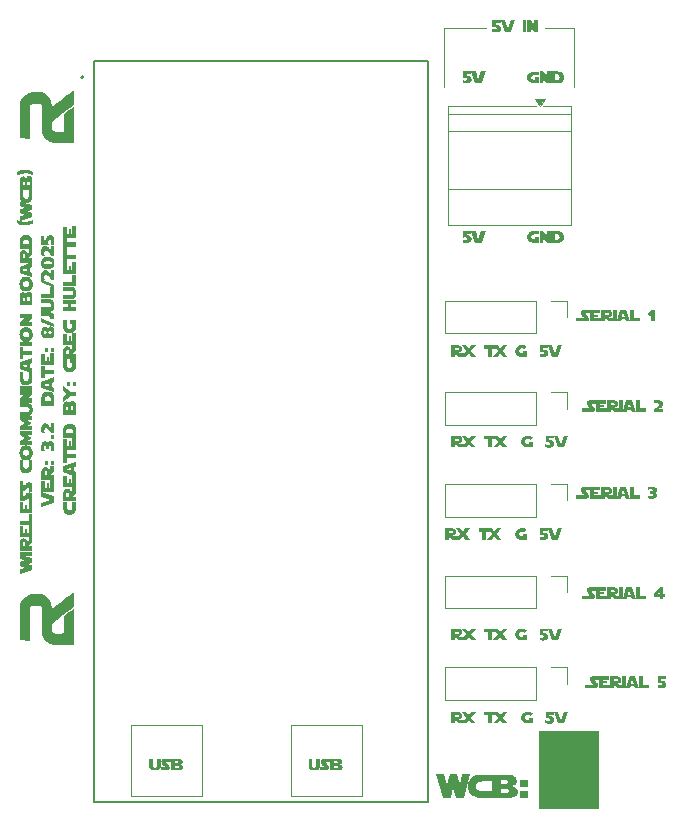
<source format=gbr>
%TF.GenerationSoftware,KiCad,Pcbnew,9.0.2*%
%TF.CreationDate,2025-08-12T13:49:35-04:00*%
%TF.ProjectId,Wireless Communication Board (WCB)V3.2,57697265-6c65-4737-9320-436f6d6d756e,rev?*%
%TF.SameCoordinates,Original*%
%TF.FileFunction,Legend,Top*%
%TF.FilePolarity,Positive*%
%FSLAX46Y46*%
G04 Gerber Fmt 4.6, Leading zero omitted, Abs format (unit mm)*
G04 Created by KiCad (PCBNEW 9.0.2) date 2025-08-12 13:49:35*
%MOMM*%
%LPD*%
G01*
G04 APERTURE LIST*
%ADD10C,0.100000*%
%ADD11C,0.127000*%
%ADD12C,0.200000*%
%ADD13C,0.120000*%
%ADD14C,0.000000*%
G04 APERTURE END LIST*
D10*
G36*
X162828140Y-122341305D02*
G01*
X162828140Y-122926389D01*
X162831451Y-122991922D01*
X162845039Y-123036267D01*
X162866425Y-123065485D01*
X162897129Y-123086109D01*
X162940055Y-123100524D01*
X162999049Y-123107251D01*
X163045805Y-123101679D01*
X163085659Y-123087464D01*
X163120010Y-123064814D01*
X163145208Y-123033851D01*
X163161091Y-122989375D01*
X163165806Y-122926389D01*
X163165806Y-122341305D01*
X163487107Y-122341305D01*
X163487107Y-122922237D01*
X163480961Y-123004069D01*
X163466887Y-123068763D01*
X163446379Y-123119463D01*
X163417951Y-123166504D01*
X163385419Y-123207355D01*
X163348682Y-123242562D01*
X163307350Y-123272158D01*
X163258277Y-123297842D01*
X163200366Y-123319376D01*
X163108101Y-123340319D01*
X163001735Y-123349540D01*
X162910745Y-123342337D01*
X162816844Y-123324505D01*
X162755640Y-123305813D01*
X162701196Y-123281641D01*
X162652773Y-123252148D01*
X162609599Y-123216051D01*
X162573748Y-123173954D01*
X162544757Y-123125264D01*
X162524760Y-123072205D01*
X162511632Y-123005713D01*
X162506838Y-122922909D01*
X162506838Y-122341305D01*
X162828140Y-122341305D01*
G37*
G36*
X164311182Y-122638305D02*
G01*
X164070542Y-122638305D01*
X164009989Y-122640748D01*
X163980739Y-122649430D01*
X163969171Y-122660865D01*
X163968390Y-122675758D01*
X163981110Y-122698574D01*
X164018579Y-122735147D01*
X164093680Y-122807396D01*
X164150042Y-122874909D01*
X164190442Y-122938310D01*
X164217175Y-122998334D01*
X164231979Y-123055824D01*
X164235956Y-123111708D01*
X164228669Y-123169005D01*
X164210652Y-123215995D01*
X164182320Y-123254865D01*
X164142627Y-123286885D01*
X164089199Y-123312237D01*
X164018579Y-123330000D01*
X163493579Y-123330000D01*
X163493579Y-123036909D01*
X163701369Y-123036909D01*
X163767487Y-123034020D01*
X163798799Y-123024443D01*
X163810740Y-123011982D01*
X163810796Y-122995625D01*
X163795223Y-122970204D01*
X163750584Y-122929137D01*
X163669374Y-122846690D01*
X163611769Y-122772147D01*
X163573671Y-122704341D01*
X163551776Y-122641988D01*
X163543720Y-122583698D01*
X163548229Y-122528029D01*
X163565292Y-122469845D01*
X163589981Y-122425056D01*
X163621875Y-122391098D01*
X163661660Y-122366456D01*
X163711032Y-122350837D01*
X163772505Y-122345213D01*
X164311182Y-122345213D01*
X164311182Y-122638305D01*
G37*
G36*
X165066882Y-122349966D02*
G01*
X165133983Y-122361642D01*
X165187610Y-122378938D01*
X165230085Y-122400962D01*
X165266866Y-122431395D01*
X165296145Y-122470708D01*
X165318176Y-122520511D01*
X165332301Y-122583167D01*
X165329909Y-122646902D01*
X165315548Y-122697077D01*
X165290535Y-122736857D01*
X165255232Y-122769289D01*
X165204036Y-122800046D01*
X165132693Y-122828631D01*
X165132693Y-122831379D01*
X165185028Y-122842182D01*
X165232466Y-122860444D01*
X165275335Y-122885248D01*
X165309342Y-122913139D01*
X165337077Y-122945682D01*
X165357580Y-122981893D01*
X165370535Y-123020431D01*
X165374677Y-123057120D01*
X165370371Y-123115768D01*
X165358425Y-123163589D01*
X165339818Y-123202570D01*
X165314837Y-123234257D01*
X165271987Y-123269226D01*
X165221205Y-123295458D01*
X165161025Y-123312904D01*
X165062090Y-123326009D01*
X164933086Y-123330000D01*
X164310327Y-123330000D01*
X164310327Y-123130698D01*
X164650741Y-123130698D01*
X164870193Y-123130698D01*
X164907248Y-123128750D01*
X164939996Y-123120430D01*
X164969295Y-123105969D01*
X164993854Y-123085553D01*
X165007286Y-123063845D01*
X165011671Y-123039901D01*
X165009634Y-123013015D01*
X164998476Y-122990818D01*
X164977110Y-122971818D01*
X164950212Y-122958789D01*
X164915262Y-122950198D01*
X164870193Y-122947028D01*
X164650741Y-122947028D01*
X164650741Y-123130698D01*
X164310327Y-123130698D01*
X164310327Y-122732094D01*
X164650741Y-122732094D01*
X164889977Y-122732094D01*
X164909175Y-122727489D01*
X164931681Y-122711455D01*
X164948247Y-122687772D01*
X164954945Y-122656134D01*
X164946384Y-122620814D01*
X164928628Y-122599898D01*
X164905450Y-122587043D01*
X164889305Y-122583594D01*
X164650741Y-122583594D01*
X164650741Y-122732094D01*
X164310327Y-122732094D01*
X164310327Y-122345213D01*
X164983644Y-122345213D01*
X165066882Y-122349966D01*
G37*
G36*
X149328140Y-122341304D02*
G01*
X149328140Y-122926388D01*
X149331451Y-122991921D01*
X149345039Y-123036266D01*
X149366425Y-123065484D01*
X149397129Y-123086108D01*
X149440055Y-123100523D01*
X149499049Y-123107250D01*
X149545805Y-123101678D01*
X149585659Y-123087463D01*
X149620010Y-123064813D01*
X149645208Y-123033850D01*
X149661091Y-122989374D01*
X149665806Y-122926388D01*
X149665806Y-122341304D01*
X149987107Y-122341304D01*
X149987107Y-122922236D01*
X149980961Y-123004068D01*
X149966887Y-123068762D01*
X149946379Y-123119462D01*
X149917951Y-123166503D01*
X149885419Y-123207354D01*
X149848682Y-123242561D01*
X149807350Y-123272157D01*
X149758277Y-123297841D01*
X149700366Y-123319375D01*
X149608101Y-123340318D01*
X149501735Y-123349539D01*
X149410745Y-123342336D01*
X149316844Y-123324504D01*
X149255640Y-123305812D01*
X149201196Y-123281640D01*
X149152773Y-123252147D01*
X149109599Y-123216050D01*
X149073748Y-123173953D01*
X149044757Y-123125263D01*
X149024760Y-123072204D01*
X149011632Y-123005712D01*
X149006838Y-122922908D01*
X149006838Y-122341304D01*
X149328140Y-122341304D01*
G37*
G36*
X150811182Y-122638304D02*
G01*
X150570542Y-122638304D01*
X150509989Y-122640747D01*
X150480739Y-122649429D01*
X150469171Y-122660864D01*
X150468390Y-122675757D01*
X150481110Y-122698573D01*
X150518579Y-122735146D01*
X150593680Y-122807395D01*
X150650042Y-122874908D01*
X150690442Y-122938309D01*
X150717175Y-122998333D01*
X150731979Y-123055823D01*
X150735956Y-123111707D01*
X150728669Y-123169004D01*
X150710652Y-123215994D01*
X150682320Y-123254864D01*
X150642627Y-123286884D01*
X150589199Y-123312236D01*
X150518579Y-123330000D01*
X149993579Y-123330000D01*
X149993579Y-123036908D01*
X150201369Y-123036908D01*
X150267487Y-123034019D01*
X150298799Y-123024442D01*
X150310740Y-123011981D01*
X150310796Y-122995624D01*
X150295223Y-122970203D01*
X150250584Y-122929136D01*
X150169374Y-122846689D01*
X150111769Y-122772146D01*
X150073671Y-122704340D01*
X150051776Y-122641987D01*
X150043720Y-122583697D01*
X150048229Y-122528028D01*
X150065292Y-122469844D01*
X150089981Y-122425055D01*
X150121875Y-122391097D01*
X150161660Y-122366455D01*
X150211032Y-122350836D01*
X150272505Y-122345212D01*
X150811182Y-122345212D01*
X150811182Y-122638304D01*
G37*
G36*
X151566882Y-122349965D02*
G01*
X151633983Y-122361641D01*
X151687610Y-122378937D01*
X151730085Y-122400961D01*
X151766866Y-122431394D01*
X151796145Y-122470707D01*
X151818176Y-122520510D01*
X151832301Y-122583166D01*
X151829909Y-122646901D01*
X151815548Y-122697076D01*
X151790535Y-122736856D01*
X151755232Y-122769288D01*
X151704036Y-122800045D01*
X151632693Y-122828630D01*
X151632693Y-122831378D01*
X151685028Y-122842181D01*
X151732466Y-122860443D01*
X151775335Y-122885247D01*
X151809342Y-122913138D01*
X151837077Y-122945681D01*
X151857580Y-122981892D01*
X151870535Y-123020430D01*
X151874677Y-123057119D01*
X151870371Y-123115767D01*
X151858425Y-123163588D01*
X151839818Y-123202569D01*
X151814837Y-123234256D01*
X151771987Y-123269225D01*
X151721205Y-123295457D01*
X151661025Y-123312903D01*
X151562090Y-123326008D01*
X151433086Y-123330000D01*
X150810327Y-123330000D01*
X150810327Y-123130697D01*
X151150741Y-123130697D01*
X151370193Y-123130697D01*
X151407248Y-123128749D01*
X151439996Y-123120429D01*
X151469295Y-123105968D01*
X151493854Y-123085552D01*
X151507286Y-123063844D01*
X151511671Y-123039900D01*
X151509634Y-123013014D01*
X151498476Y-122990817D01*
X151477110Y-122971817D01*
X151450212Y-122958788D01*
X151415262Y-122950197D01*
X151370193Y-122947027D01*
X151150741Y-122947027D01*
X151150741Y-123130697D01*
X150810327Y-123130697D01*
X150810327Y-122732093D01*
X151150741Y-122732093D01*
X151389977Y-122732093D01*
X151409175Y-122727488D01*
X151431681Y-122711454D01*
X151448247Y-122687771D01*
X151454945Y-122656133D01*
X151446384Y-122620813D01*
X151428628Y-122599897D01*
X151405450Y-122587042D01*
X151389305Y-122583593D01*
X151150741Y-122583593D01*
X151150741Y-122732093D01*
X150810327Y-122732093D01*
X150810327Y-122345212D01*
X151483644Y-122345212D01*
X151566882Y-122349965D01*
G37*
X185000000Y-60500000D02*
X182500000Y-60500000D01*
X161000000Y-119500000D02*
X167000000Y-119500000D01*
X167000000Y-125500000D01*
X161000000Y-125500000D01*
X161000000Y-119500000D01*
X174000000Y-60500000D02*
X174000000Y-65500000D01*
X185000000Y-65500000D02*
X185000000Y-60500000D01*
X182000000Y-120000000D02*
X187000000Y-120000000D01*
X187000000Y-126500000D01*
X182000000Y-126500000D01*
X182000000Y-120000000D01*
G36*
X182000000Y-120000000D02*
G01*
X187000000Y-120000000D01*
X187000000Y-126500000D01*
X182000000Y-126500000D01*
X182000000Y-120000000D01*
G37*
X177500000Y-60500000D02*
X174000000Y-60500000D01*
X147500000Y-119500000D02*
X153500000Y-119500000D01*
X153500000Y-125500000D01*
X147500000Y-125500000D01*
X147500000Y-119500000D01*
G36*
X175261347Y-111353967D02*
G01*
X175325792Y-111375302D01*
X175379091Y-111404441D01*
X175425553Y-111443108D01*
X175462721Y-111489415D01*
X175491198Y-111544331D01*
X175504304Y-111633252D01*
X175504034Y-111699182D01*
X175493946Y-111747419D01*
X175473502Y-111792267D01*
X175445002Y-111831848D01*
X175407789Y-111866793D01*
X175364595Y-111894547D01*
X175306896Y-111919941D01*
X175231446Y-111942264D01*
X175305268Y-112036908D01*
X175833016Y-112036908D01*
X175833016Y-112330000D01*
X175210929Y-112330000D01*
X174897871Y-112003935D01*
X174897871Y-112330000D01*
X174541032Y-112330000D01*
X174541032Y-111769340D01*
X174897871Y-111769340D01*
X175146693Y-111769340D01*
X175166429Y-111765983D01*
X175189741Y-111754685D01*
X175201355Y-111742446D01*
X175210084Y-111719573D01*
X175214349Y-111680497D01*
X175208873Y-111643474D01*
X175199248Y-111619857D01*
X175186627Y-111605636D01*
X175162693Y-111591317D01*
X175146022Y-111587501D01*
X174897871Y-111587501D01*
X174897871Y-111769340D01*
X174541032Y-111769340D01*
X174541032Y-111341304D01*
X175183574Y-111341304D01*
X175261347Y-111353967D01*
G37*
G36*
X176654160Y-111341304D02*
G01*
X176291826Y-111835652D01*
X176654160Y-112330000D01*
X176264532Y-112330000D01*
X176060772Y-112024635D01*
X175859822Y-112330000D01*
X175470193Y-112330000D01*
X175832466Y-111835652D01*
X175470193Y-111341304D01*
X175859822Y-111341304D01*
X176060772Y-111646669D01*
X176264532Y-111341304D01*
X176654160Y-111341304D01*
G37*
G36*
X186887334Y-108138304D02*
G01*
X186576962Y-108138304D01*
X186516409Y-108140747D01*
X186487159Y-108149429D01*
X186475592Y-108160864D01*
X186474810Y-108175757D01*
X186487530Y-108198573D01*
X186525000Y-108235146D01*
X186600100Y-108307395D01*
X186656462Y-108374908D01*
X186696862Y-108438309D01*
X186723596Y-108498333D01*
X186738399Y-108555823D01*
X186742376Y-108611707D01*
X186735090Y-108669004D01*
X186717072Y-108715994D01*
X186688740Y-108754864D01*
X186649047Y-108786884D01*
X186595620Y-108812236D01*
X186525000Y-108830000D01*
X185663677Y-108830000D01*
X185663677Y-108536908D01*
X186207789Y-108536908D01*
X186273907Y-108534019D01*
X186305219Y-108524442D01*
X186317160Y-108511981D01*
X186317216Y-108495624D01*
X186301643Y-108470203D01*
X186257004Y-108429136D01*
X186175794Y-108346689D01*
X186118190Y-108272146D01*
X186080091Y-108204340D01*
X186058196Y-108141987D01*
X186050141Y-108083697D01*
X186054649Y-108028028D01*
X186071712Y-107969844D01*
X186096401Y-107925055D01*
X186128295Y-107891097D01*
X186168080Y-107866455D01*
X186217452Y-107850836D01*
X186278925Y-107845212D01*
X186887334Y-107845212D01*
X186887334Y-108138304D01*
G37*
G36*
X186816748Y-108830000D02*
G01*
X186816748Y-107845212D01*
X187663049Y-107845212D01*
X187663049Y-108138304D01*
X187138049Y-108138304D01*
X187138049Y-108251632D01*
X187477058Y-108251632D01*
X187477058Y-108423579D01*
X187138049Y-108423579D01*
X187138049Y-108536908D01*
X187746397Y-108536908D01*
X187746397Y-108830000D01*
X186816748Y-108830000D01*
G37*
G36*
X188466162Y-107853967D02*
G01*
X188530607Y-107875302D01*
X188583906Y-107904441D01*
X188630368Y-107943108D01*
X188667536Y-107989415D01*
X188696013Y-108044331D01*
X188709119Y-108133252D01*
X188708849Y-108199182D01*
X188698761Y-108247419D01*
X188678317Y-108292267D01*
X188649817Y-108331848D01*
X188612604Y-108366793D01*
X188569410Y-108394547D01*
X188511711Y-108419941D01*
X188436261Y-108442264D01*
X188510083Y-108536908D01*
X188805373Y-108536908D01*
X188805373Y-108830000D01*
X188415744Y-108830000D01*
X188102686Y-108503935D01*
X188102686Y-108830000D01*
X187745847Y-108830000D01*
X187745847Y-108269340D01*
X188102686Y-108269340D01*
X188351509Y-108269340D01*
X188371245Y-108265983D01*
X188394556Y-108254685D01*
X188406170Y-108242446D01*
X188414900Y-108219573D01*
X188419164Y-108180497D01*
X188413688Y-108143474D01*
X188404063Y-108119857D01*
X188391442Y-108105636D01*
X188367508Y-108091317D01*
X188350837Y-108087501D01*
X188102686Y-108087501D01*
X188102686Y-108269340D01*
X187745847Y-108269340D01*
X187745847Y-107841304D01*
X188388389Y-107841304D01*
X188466162Y-107853967D01*
G37*
G36*
X188791207Y-107841304D02*
G01*
X189112508Y-107841304D01*
X189112508Y-108830000D01*
X188791207Y-108830000D01*
X188791207Y-107841304D01*
G37*
G36*
X190229370Y-108830000D02*
G01*
X189856106Y-108830000D01*
X189793885Y-108650237D01*
X189500610Y-108650237D01*
X189438450Y-108830000D01*
X189084298Y-108830000D01*
X189208796Y-108450935D01*
X189513616Y-108450935D01*
X189785703Y-108450935D01*
X189655094Y-108059902D01*
X189513616Y-108450935D01*
X189208796Y-108450935D01*
X189409019Y-107841304D01*
X189899153Y-107841304D01*
X190229370Y-108830000D01*
G37*
G36*
X190215631Y-108830000D02*
G01*
X190215631Y-107841304D01*
X190536933Y-107841304D01*
X190536933Y-108536908D01*
X191071458Y-108536908D01*
X191071458Y-108830000D01*
X190215631Y-108830000D01*
G37*
G36*
X192511758Y-108431395D02*
G01*
X192683339Y-108431395D01*
X192683339Y-108642421D01*
X192511086Y-108642421D01*
X192511086Y-108830000D01*
X192273866Y-108830000D01*
X192273866Y-108642421D01*
X191742698Y-108642421D01*
X191742698Y-108431395D01*
X192011366Y-108431395D01*
X192273866Y-108431395D01*
X192273866Y-108121329D01*
X192011366Y-108431395D01*
X191742698Y-108431395D01*
X191742698Y-108431151D01*
X192273866Y-107841304D01*
X192511086Y-107841304D01*
X192511758Y-108431395D01*
G37*
G36*
X181705495Y-78364164D02*
G01*
X181705495Y-78164984D01*
X182014462Y-78164984D01*
X182014462Y-78657500D01*
X181576962Y-78657500D01*
X181471065Y-78650894D01*
X181374668Y-78631725D01*
X181286435Y-78600591D01*
X181224212Y-78568105D01*
X181169807Y-78528971D01*
X181122464Y-78483010D01*
X181081699Y-78429743D01*
X181049816Y-78371528D01*
X181026470Y-78306394D01*
X181011913Y-78233240D01*
X181006838Y-78150757D01*
X181012052Y-78074542D01*
X181027132Y-78005950D01*
X181051596Y-77943822D01*
X181085487Y-77886274D01*
X181126710Y-77836032D01*
X181175671Y-77792452D01*
X181230566Y-77755953D01*
X181291091Y-77725926D01*
X181357876Y-77702388D01*
X181427049Y-77686068D01*
X181499933Y-77676103D01*
X181576962Y-77672712D01*
X181847644Y-77672712D01*
X182014462Y-77672712D01*
X182014462Y-77965804D01*
X181705495Y-77965804D01*
X181608375Y-77967630D01*
X181551622Y-77971971D01*
X181503371Y-77980392D01*
X181462779Y-77992426D01*
X181426527Y-78011659D01*
X181393719Y-78042191D01*
X181378184Y-78067896D01*
X181366019Y-78107968D01*
X181358914Y-78167732D01*
X181365252Y-78225426D01*
X181377390Y-78265557D01*
X181393719Y-78292601D01*
X181428802Y-78323928D01*
X181470289Y-78342365D01*
X181515942Y-78352732D01*
X181563285Y-78359401D01*
X181705495Y-78364164D01*
G37*
G36*
X182055129Y-78657500D02*
G01*
X182055129Y-77668804D01*
X182376430Y-77668804D01*
X182670376Y-78038527D01*
X182670376Y-77668804D01*
X182991617Y-77668804D01*
X182991617Y-78657500D01*
X182670376Y-78657500D01*
X182376430Y-78287777D01*
X182376430Y-78657500D01*
X182055129Y-78657500D01*
G37*
G36*
X183692940Y-77672572D02*
G01*
X183762045Y-77683305D01*
X183822958Y-77700312D01*
X183881449Y-77724446D01*
X183931981Y-77752807D01*
X183975427Y-77785247D01*
X184013420Y-77823632D01*
X184047969Y-77871334D01*
X184078986Y-77929717D01*
X184100786Y-77991848D01*
X184115140Y-78069706D01*
X184120385Y-78166571D01*
X184111435Y-78256078D01*
X184096097Y-78331941D01*
X184075261Y-78395976D01*
X184046335Y-78456507D01*
X184013010Y-78505741D01*
X183975427Y-78545209D01*
X183931856Y-78578346D01*
X183881441Y-78606695D01*
X183823325Y-78630144D01*
X183762634Y-78645764D01*
X183688365Y-78655317D01*
X183598072Y-78657500D01*
X183032100Y-78657500D01*
X183032100Y-78411303D01*
X183361584Y-78411303D01*
X183549590Y-78411303D01*
X183591217Y-78407971D01*
X183624874Y-78398738D01*
X183652110Y-78384314D01*
X183687371Y-78353672D01*
X183715675Y-78315254D01*
X183728323Y-78285603D01*
X183739322Y-78237442D01*
X183747121Y-78163824D01*
X183742349Y-78097083D01*
X183732582Y-78049470D01*
X183719399Y-78016545D01*
X183689686Y-77973633D01*
X183653454Y-77941990D01*
X183625354Y-77927564D01*
X183590775Y-77918330D01*
X183548185Y-77915001D01*
X183361584Y-77915001D01*
X183361584Y-78411303D01*
X183032100Y-78411303D01*
X183032100Y-77668804D01*
X183614497Y-77668804D01*
X183692940Y-77672572D01*
G37*
G36*
X175261347Y-87353967D02*
G01*
X175325792Y-87375302D01*
X175379091Y-87404441D01*
X175425553Y-87443108D01*
X175462721Y-87489415D01*
X175491198Y-87544331D01*
X175504304Y-87633252D01*
X175504034Y-87699182D01*
X175493946Y-87747419D01*
X175473502Y-87792267D01*
X175445002Y-87831848D01*
X175407789Y-87866793D01*
X175364595Y-87894547D01*
X175306896Y-87919941D01*
X175231446Y-87942264D01*
X175305268Y-88036908D01*
X175833016Y-88036908D01*
X175833016Y-88330000D01*
X175210929Y-88330000D01*
X174897871Y-88003935D01*
X174897871Y-88330000D01*
X174541032Y-88330000D01*
X174541032Y-87769340D01*
X174897871Y-87769340D01*
X175146693Y-87769340D01*
X175166429Y-87765983D01*
X175189741Y-87754685D01*
X175201355Y-87742446D01*
X175210084Y-87719573D01*
X175214349Y-87680497D01*
X175208873Y-87643474D01*
X175199248Y-87619857D01*
X175186627Y-87605636D01*
X175162693Y-87591317D01*
X175146022Y-87587501D01*
X174897871Y-87587501D01*
X174897871Y-87769340D01*
X174541032Y-87769340D01*
X174541032Y-87341304D01*
X175183574Y-87341304D01*
X175261347Y-87353967D01*
G37*
G36*
X176654160Y-87341304D02*
G01*
X176291826Y-87835652D01*
X176654160Y-88330000D01*
X176264532Y-88330000D01*
X176060772Y-88024635D01*
X175859822Y-88330000D01*
X175470193Y-88330000D01*
X175832466Y-87835652D01*
X175470193Y-87341304D01*
X175859822Y-87341304D01*
X176060772Y-87646669D01*
X176264532Y-87341304D01*
X176654160Y-87341304D01*
G37*
G36*
X182754710Y-102841304D02*
G01*
X182754710Y-103071870D01*
X182386209Y-103071870D01*
X182386209Y-103224155D01*
X182495629Y-103220064D01*
X182549375Y-103224232D01*
X182599721Y-103236524D01*
X182647365Y-103256945D01*
X182690653Y-103285097D01*
X182727372Y-103320179D01*
X182758068Y-103362824D01*
X182780557Y-103410295D01*
X182794339Y-103462965D01*
X182799101Y-103521948D01*
X182794709Y-103581801D01*
X182782277Y-103632857D01*
X182762512Y-103676593D01*
X182735537Y-103714167D01*
X182689661Y-103757093D01*
X182635612Y-103790955D01*
X182572138Y-103815956D01*
X182505000Y-103832145D01*
X182432069Y-103842174D01*
X182352686Y-103845631D01*
X182256271Y-103840807D01*
X182152041Y-103826519D01*
X182051962Y-103803255D01*
X182051962Y-103577819D01*
X182172138Y-103600761D01*
X182257676Y-103607250D01*
X182330005Y-103601147D01*
X182378036Y-103585565D01*
X182408687Y-103563088D01*
X182426487Y-103533907D01*
X182432737Y-103495753D01*
X182426024Y-103453801D01*
X182407290Y-103423190D01*
X182375645Y-103401048D01*
X182336727Y-103386871D01*
X182291616Y-103377901D01*
X182239235Y-103374731D01*
X182157754Y-103380090D01*
X182064235Y-103397323D01*
X182064235Y-102841304D01*
X182754710Y-102841304D01*
G37*
G36*
X183150444Y-102841304D02*
G01*
X183374659Y-103600655D01*
X183601622Y-102841304D01*
X183997418Y-102841304D01*
X183645341Y-103830000D01*
X183121074Y-103830000D01*
X182773761Y-102841304D01*
X183150444Y-102841304D01*
G37*
G36*
X177839462Y-102845212D02*
G01*
X177839462Y-103138304D01*
X177526343Y-103138304D01*
X177526343Y-103830000D01*
X177205102Y-103830000D01*
X177205102Y-103138304D01*
X176891983Y-103138304D01*
X176891983Y-102845212D01*
X177839462Y-102845212D01*
G37*
G36*
X178825898Y-102841304D02*
G01*
X178463564Y-103335652D01*
X178825898Y-103830000D01*
X178436270Y-103830000D01*
X178232510Y-103524635D01*
X178031559Y-103830000D01*
X177641931Y-103830000D01*
X178004204Y-103335652D01*
X177641931Y-102841304D01*
X178031559Y-102841304D01*
X178232510Y-103146669D01*
X178436270Y-102841304D01*
X178825898Y-102841304D01*
G37*
G36*
X178754710Y-59841304D02*
G01*
X178754710Y-60071870D01*
X178386209Y-60071870D01*
X178386209Y-60224155D01*
X178495629Y-60220064D01*
X178549375Y-60224232D01*
X178599721Y-60236524D01*
X178647365Y-60256945D01*
X178690653Y-60285097D01*
X178727372Y-60320179D01*
X178758068Y-60362824D01*
X178780557Y-60410295D01*
X178794339Y-60462965D01*
X178799101Y-60521948D01*
X178794709Y-60581801D01*
X178782277Y-60632857D01*
X178762512Y-60676593D01*
X178735537Y-60714167D01*
X178689661Y-60757093D01*
X178635612Y-60790955D01*
X178572138Y-60815956D01*
X178505000Y-60832145D01*
X178432069Y-60842174D01*
X178352686Y-60845631D01*
X178256271Y-60840807D01*
X178152041Y-60826519D01*
X178051962Y-60803255D01*
X178051962Y-60577819D01*
X178172138Y-60600761D01*
X178257676Y-60607250D01*
X178330005Y-60601147D01*
X178378036Y-60585565D01*
X178408687Y-60563088D01*
X178426487Y-60533907D01*
X178432737Y-60495753D01*
X178426024Y-60453801D01*
X178407290Y-60423190D01*
X178375645Y-60401048D01*
X178336727Y-60386871D01*
X178291616Y-60377901D01*
X178239235Y-60374731D01*
X178157754Y-60380090D01*
X178064235Y-60397323D01*
X178064235Y-59841304D01*
X178754710Y-59841304D01*
G37*
G36*
X179150444Y-59841304D02*
G01*
X179374659Y-60600655D01*
X179601622Y-59841304D01*
X179997418Y-59841304D01*
X179645341Y-60830000D01*
X179121074Y-60830000D01*
X178773761Y-59841304D01*
X179150444Y-59841304D01*
G37*
G36*
X180618283Y-59841304D02*
G01*
X180939584Y-59841304D01*
X180939584Y-60830000D01*
X180618283Y-60830000D01*
X180618283Y-59841304D01*
G37*
G36*
X181007117Y-60830000D02*
G01*
X181007117Y-59841304D01*
X181328419Y-59841304D01*
X181622365Y-60211027D01*
X181622365Y-59841304D01*
X181943606Y-59841304D01*
X181943606Y-60830000D01*
X181622365Y-60830000D01*
X181328419Y-60460277D01*
X181328419Y-60830000D01*
X181007117Y-60830000D01*
G37*
G36*
X176254710Y-64168804D02*
G01*
X176254710Y-64399370D01*
X175886209Y-64399370D01*
X175886209Y-64551655D01*
X175995629Y-64547564D01*
X176049375Y-64551732D01*
X176099721Y-64564024D01*
X176147365Y-64584445D01*
X176190653Y-64612597D01*
X176227372Y-64647679D01*
X176258068Y-64690324D01*
X176280557Y-64737795D01*
X176294339Y-64790465D01*
X176299101Y-64849448D01*
X176294709Y-64909301D01*
X176282277Y-64960357D01*
X176262512Y-65004093D01*
X176235537Y-65041667D01*
X176189661Y-65084593D01*
X176135612Y-65118455D01*
X176072138Y-65143456D01*
X176005000Y-65159645D01*
X175932069Y-65169674D01*
X175852686Y-65173131D01*
X175756271Y-65168307D01*
X175652041Y-65154019D01*
X175551962Y-65130755D01*
X175551962Y-64905319D01*
X175672138Y-64928261D01*
X175757676Y-64934750D01*
X175830005Y-64928647D01*
X175878036Y-64913065D01*
X175908687Y-64890588D01*
X175926487Y-64861407D01*
X175932737Y-64823253D01*
X175926024Y-64781301D01*
X175907290Y-64750690D01*
X175875645Y-64728548D01*
X175836727Y-64714371D01*
X175791616Y-64705401D01*
X175739235Y-64702231D01*
X175657754Y-64707590D01*
X175564235Y-64724823D01*
X175564235Y-64168804D01*
X176254710Y-64168804D01*
G37*
G36*
X176650444Y-64168804D02*
G01*
X176874659Y-64928155D01*
X177101622Y-64168804D01*
X177497418Y-64168804D01*
X177145341Y-65157500D01*
X176621074Y-65157500D01*
X176273761Y-64168804D01*
X176650444Y-64168804D01*
G37*
G36*
X187157334Y-115678304D02*
G01*
X186846962Y-115678304D01*
X186786409Y-115680747D01*
X186757159Y-115689429D01*
X186745592Y-115700864D01*
X186744810Y-115715757D01*
X186757530Y-115738573D01*
X186795000Y-115775146D01*
X186870100Y-115847395D01*
X186926462Y-115914908D01*
X186966862Y-115978309D01*
X186993596Y-116038333D01*
X187008399Y-116095823D01*
X187012376Y-116151707D01*
X187005090Y-116209004D01*
X186987072Y-116255994D01*
X186958740Y-116294864D01*
X186919047Y-116326884D01*
X186865620Y-116352236D01*
X186795000Y-116370000D01*
X185933677Y-116370000D01*
X185933677Y-116076908D01*
X186477789Y-116076908D01*
X186543907Y-116074019D01*
X186575219Y-116064442D01*
X186587160Y-116051981D01*
X186587216Y-116035624D01*
X186571643Y-116010203D01*
X186527004Y-115969136D01*
X186445794Y-115886689D01*
X186388190Y-115812146D01*
X186350091Y-115744340D01*
X186328196Y-115681987D01*
X186320141Y-115623697D01*
X186324649Y-115568028D01*
X186341712Y-115509844D01*
X186366401Y-115465055D01*
X186398295Y-115431097D01*
X186438080Y-115406455D01*
X186487452Y-115390836D01*
X186548925Y-115385212D01*
X187157334Y-115385212D01*
X187157334Y-115678304D01*
G37*
G36*
X187086748Y-116370000D02*
G01*
X187086748Y-115385212D01*
X187933049Y-115385212D01*
X187933049Y-115678304D01*
X187408049Y-115678304D01*
X187408049Y-115791632D01*
X187747058Y-115791632D01*
X187747058Y-115963579D01*
X187408049Y-115963579D01*
X187408049Y-116076908D01*
X188016397Y-116076908D01*
X188016397Y-116370000D01*
X187086748Y-116370000D01*
G37*
G36*
X188736162Y-115393967D02*
G01*
X188800607Y-115415302D01*
X188853906Y-115444441D01*
X188900368Y-115483108D01*
X188937536Y-115529415D01*
X188966013Y-115584331D01*
X188979119Y-115673252D01*
X188978849Y-115739182D01*
X188968761Y-115787419D01*
X188948317Y-115832267D01*
X188919817Y-115871848D01*
X188882604Y-115906793D01*
X188839410Y-115934547D01*
X188781711Y-115959941D01*
X188706261Y-115982264D01*
X188780083Y-116076908D01*
X189075373Y-116076908D01*
X189075373Y-116370000D01*
X188685744Y-116370000D01*
X188372686Y-116043935D01*
X188372686Y-116370000D01*
X188015847Y-116370000D01*
X188015847Y-115809340D01*
X188372686Y-115809340D01*
X188621509Y-115809340D01*
X188641245Y-115805983D01*
X188664556Y-115794685D01*
X188676170Y-115782446D01*
X188684900Y-115759573D01*
X188689164Y-115720497D01*
X188683688Y-115683474D01*
X188674063Y-115659857D01*
X188661442Y-115645636D01*
X188637508Y-115631317D01*
X188620837Y-115627501D01*
X188372686Y-115627501D01*
X188372686Y-115809340D01*
X188015847Y-115809340D01*
X188015847Y-115381304D01*
X188658389Y-115381304D01*
X188736162Y-115393967D01*
G37*
G36*
X189061207Y-115381304D02*
G01*
X189382508Y-115381304D01*
X189382508Y-116370000D01*
X189061207Y-116370000D01*
X189061207Y-115381304D01*
G37*
G36*
X190499370Y-116370000D02*
G01*
X190126106Y-116370000D01*
X190063885Y-116190237D01*
X189770610Y-116190237D01*
X189708450Y-116370000D01*
X189354298Y-116370000D01*
X189478796Y-115990935D01*
X189783616Y-115990935D01*
X190055703Y-115990935D01*
X189925094Y-115599902D01*
X189783616Y-115990935D01*
X189478796Y-115990935D01*
X189679019Y-115381304D01*
X190169153Y-115381304D01*
X190499370Y-116370000D01*
G37*
G36*
X190485631Y-116370000D02*
G01*
X190485631Y-115381304D01*
X190806933Y-115381304D01*
X190806933Y-116076908D01*
X191341458Y-116076908D01*
X191341458Y-116370000D01*
X190485631Y-116370000D01*
G37*
G36*
X192744877Y-115381304D02*
G01*
X192744877Y-115611870D01*
X192376376Y-115611870D01*
X192376376Y-115764155D01*
X192485797Y-115760064D01*
X192539543Y-115764232D01*
X192589888Y-115776524D01*
X192637533Y-115796945D01*
X192680821Y-115825097D01*
X192717539Y-115860179D01*
X192748236Y-115902824D01*
X192770725Y-115950295D01*
X192784506Y-116002965D01*
X192789269Y-116061948D01*
X192784876Y-116121801D01*
X192772445Y-116172857D01*
X192752679Y-116216593D01*
X192725704Y-116254167D01*
X192679829Y-116297093D01*
X192625779Y-116330955D01*
X192562306Y-116355956D01*
X192495167Y-116372145D01*
X192422236Y-116382174D01*
X192342854Y-116385631D01*
X192246439Y-116380807D01*
X192142208Y-116366519D01*
X192042130Y-116343255D01*
X192042130Y-116117819D01*
X192162305Y-116140761D01*
X192247843Y-116147250D01*
X192320173Y-116141147D01*
X192368204Y-116125565D01*
X192398854Y-116103088D01*
X192416654Y-116073907D01*
X192422904Y-116035753D01*
X192416192Y-115993801D01*
X192397458Y-115963190D01*
X192365812Y-115941048D01*
X192326894Y-115926871D01*
X192281783Y-115917901D01*
X192229403Y-115914731D01*
X192147921Y-115920090D01*
X192054403Y-115937323D01*
X192054403Y-115381304D01*
X192744877Y-115381304D01*
G37*
G36*
X182754710Y-111341304D02*
G01*
X182754710Y-111571870D01*
X182386209Y-111571870D01*
X182386209Y-111724155D01*
X182495629Y-111720064D01*
X182549375Y-111724232D01*
X182599721Y-111736524D01*
X182647365Y-111756945D01*
X182690653Y-111785097D01*
X182727372Y-111820179D01*
X182758068Y-111862824D01*
X182780557Y-111910295D01*
X182794339Y-111962965D01*
X182799101Y-112021948D01*
X182794709Y-112081801D01*
X182782277Y-112132857D01*
X182762512Y-112176593D01*
X182735537Y-112214167D01*
X182689661Y-112257093D01*
X182635612Y-112290955D01*
X182572138Y-112315956D01*
X182505000Y-112332145D01*
X182432069Y-112342174D01*
X182352686Y-112345631D01*
X182256271Y-112340807D01*
X182152041Y-112326519D01*
X182051962Y-112303255D01*
X182051962Y-112077819D01*
X182172138Y-112100761D01*
X182257676Y-112107250D01*
X182330005Y-112101147D01*
X182378036Y-112085565D01*
X182408687Y-112063088D01*
X182426487Y-112033907D01*
X182432737Y-111995753D01*
X182426024Y-111953801D01*
X182407290Y-111923190D01*
X182375645Y-111901048D01*
X182336727Y-111886871D01*
X182291616Y-111877901D01*
X182239235Y-111874731D01*
X182157754Y-111880090D01*
X182064235Y-111897323D01*
X182064235Y-111341304D01*
X182754710Y-111341304D01*
G37*
G36*
X183150444Y-111341304D02*
G01*
X183374659Y-112100655D01*
X183601622Y-111341304D01*
X183997418Y-111341304D01*
X183645341Y-112330000D01*
X183121074Y-112330000D01*
X182773761Y-111341304D01*
X183150444Y-111341304D01*
G37*
G36*
X175261347Y-95018967D02*
G01*
X175325792Y-95040302D01*
X175379091Y-95069441D01*
X175425553Y-95108108D01*
X175462721Y-95154415D01*
X175491198Y-95209331D01*
X175504304Y-95298252D01*
X175504034Y-95364182D01*
X175493946Y-95412419D01*
X175473502Y-95457267D01*
X175445002Y-95496848D01*
X175407789Y-95531793D01*
X175364595Y-95559547D01*
X175306896Y-95584941D01*
X175231446Y-95607264D01*
X175305268Y-95701908D01*
X175833016Y-95701908D01*
X175833016Y-95995000D01*
X175210929Y-95995000D01*
X174897871Y-95668935D01*
X174897871Y-95995000D01*
X174541032Y-95995000D01*
X174541032Y-95434340D01*
X174897871Y-95434340D01*
X175146693Y-95434340D01*
X175166429Y-95430983D01*
X175189741Y-95419685D01*
X175201355Y-95407446D01*
X175210084Y-95384573D01*
X175214349Y-95345497D01*
X175208873Y-95308474D01*
X175199248Y-95284857D01*
X175186627Y-95270636D01*
X175162693Y-95256317D01*
X175146022Y-95252501D01*
X174897871Y-95252501D01*
X174897871Y-95434340D01*
X174541032Y-95434340D01*
X174541032Y-95006304D01*
X175183574Y-95006304D01*
X175261347Y-95018967D01*
G37*
G36*
X176654160Y-95006304D02*
G01*
X176291826Y-95500652D01*
X176654160Y-95995000D01*
X176264532Y-95995000D01*
X176060772Y-95689635D01*
X175859822Y-95995000D01*
X175470193Y-95995000D01*
X175832466Y-95500652D01*
X175470193Y-95006304D01*
X175859822Y-95006304D01*
X176060772Y-95311669D01*
X176264532Y-95006304D01*
X176654160Y-95006304D01*
G37*
G36*
X186387334Y-99638304D02*
G01*
X186076962Y-99638304D01*
X186016409Y-99640747D01*
X185987159Y-99649429D01*
X185975592Y-99660864D01*
X185974810Y-99675757D01*
X185987530Y-99698573D01*
X186025000Y-99735146D01*
X186100100Y-99807395D01*
X186156462Y-99874908D01*
X186196862Y-99938309D01*
X186223596Y-99998333D01*
X186238399Y-100055823D01*
X186242376Y-100111707D01*
X186235090Y-100169004D01*
X186217072Y-100215994D01*
X186188740Y-100254864D01*
X186149047Y-100286884D01*
X186095620Y-100312236D01*
X186025000Y-100330000D01*
X185163677Y-100330000D01*
X185163677Y-100036908D01*
X185707789Y-100036908D01*
X185773907Y-100034019D01*
X185805219Y-100024442D01*
X185817160Y-100011981D01*
X185817216Y-99995624D01*
X185801643Y-99970203D01*
X185757004Y-99929136D01*
X185675794Y-99846689D01*
X185618190Y-99772146D01*
X185580091Y-99704340D01*
X185558196Y-99641987D01*
X185550141Y-99583697D01*
X185554649Y-99528028D01*
X185571712Y-99469844D01*
X185596401Y-99425055D01*
X185628295Y-99391097D01*
X185668080Y-99366455D01*
X185717452Y-99350836D01*
X185778925Y-99345212D01*
X186387334Y-99345212D01*
X186387334Y-99638304D01*
G37*
G36*
X186316748Y-100330000D02*
G01*
X186316748Y-99345212D01*
X187163049Y-99345212D01*
X187163049Y-99638304D01*
X186638049Y-99638304D01*
X186638049Y-99751632D01*
X186977058Y-99751632D01*
X186977058Y-99923579D01*
X186638049Y-99923579D01*
X186638049Y-100036908D01*
X187246397Y-100036908D01*
X187246397Y-100330000D01*
X186316748Y-100330000D01*
G37*
G36*
X187966162Y-99353967D02*
G01*
X188030607Y-99375302D01*
X188083906Y-99404441D01*
X188130368Y-99443108D01*
X188167536Y-99489415D01*
X188196013Y-99544331D01*
X188209119Y-99633252D01*
X188208849Y-99699182D01*
X188198761Y-99747419D01*
X188178317Y-99792267D01*
X188149817Y-99831848D01*
X188112604Y-99866793D01*
X188069410Y-99894547D01*
X188011711Y-99919941D01*
X187936261Y-99942264D01*
X188010083Y-100036908D01*
X188305373Y-100036908D01*
X188305373Y-100330000D01*
X187915744Y-100330000D01*
X187602686Y-100003935D01*
X187602686Y-100330000D01*
X187245847Y-100330000D01*
X187245847Y-99769340D01*
X187602686Y-99769340D01*
X187851509Y-99769340D01*
X187871245Y-99765983D01*
X187894556Y-99754685D01*
X187906170Y-99742446D01*
X187914900Y-99719573D01*
X187919164Y-99680497D01*
X187913688Y-99643474D01*
X187904063Y-99619857D01*
X187891442Y-99605636D01*
X187867508Y-99591317D01*
X187850837Y-99587501D01*
X187602686Y-99587501D01*
X187602686Y-99769340D01*
X187245847Y-99769340D01*
X187245847Y-99341304D01*
X187888389Y-99341304D01*
X187966162Y-99353967D01*
G37*
G36*
X188291207Y-99341304D02*
G01*
X188612508Y-99341304D01*
X188612508Y-100330000D01*
X188291207Y-100330000D01*
X188291207Y-99341304D01*
G37*
G36*
X189729370Y-100330000D02*
G01*
X189356106Y-100330000D01*
X189293885Y-100150237D01*
X189000610Y-100150237D01*
X188938450Y-100330000D01*
X188584298Y-100330000D01*
X188708796Y-99950935D01*
X189013616Y-99950935D01*
X189285703Y-99950935D01*
X189155094Y-99559902D01*
X189013616Y-99950935D01*
X188708796Y-99950935D01*
X188909019Y-99341304D01*
X189399153Y-99341304D01*
X189729370Y-100330000D01*
G37*
G36*
X189715631Y-100330000D02*
G01*
X189715631Y-99341304D01*
X190036933Y-99341304D01*
X190036933Y-100036908D01*
X190571458Y-100036908D01*
X190571458Y-100330000D01*
X189715631Y-100330000D01*
G37*
G36*
X191372636Y-99941653D02*
G01*
X191372636Y-99724277D01*
X191451221Y-99728185D01*
X191537377Y-99724094D01*
X191574182Y-99716280D01*
X191607109Y-99701441D01*
X191624599Y-99686877D01*
X191634923Y-99668365D01*
X191638555Y-99644593D01*
X191633592Y-99610940D01*
X191619787Y-99585968D01*
X191596851Y-99567473D01*
X191552128Y-99550583D01*
X191495673Y-99544515D01*
X191435846Y-99547374D01*
X191372941Y-99556177D01*
X191259124Y-99583471D01*
X191259124Y-99363164D01*
X191326127Y-99345978D01*
X191402677Y-99334221D01*
X191483908Y-99327941D01*
X191581097Y-99325673D01*
X191657035Y-99329466D01*
X191730818Y-99340755D01*
X191801843Y-99360295D01*
X191866861Y-99388260D01*
X191906504Y-99412634D01*
X191939903Y-99441387D01*
X191967672Y-99474722D01*
X191988478Y-99512292D01*
X192001188Y-99554516D01*
X192005591Y-99602522D01*
X192000309Y-99655713D01*
X191985233Y-99700916D01*
X191960695Y-99739784D01*
X191925923Y-99773374D01*
X191879124Y-99802026D01*
X191817646Y-99825333D01*
X191817646Y-99828080D01*
X191883993Y-99851123D01*
X191934246Y-99880058D01*
X191971420Y-99914333D01*
X191997576Y-99954244D01*
X192013635Y-100000911D01*
X192019269Y-100056142D01*
X192015112Y-100105847D01*
X192003170Y-100149373D01*
X191983796Y-100187832D01*
X191956742Y-100222044D01*
X191912048Y-100260686D01*
X191859038Y-100292102D01*
X191796458Y-100316261D01*
X191696572Y-100338153D01*
X191588607Y-100345631D01*
X191503349Y-100342885D01*
X191409822Y-100334274D01*
X191318943Y-100320522D01*
X191249537Y-100304476D01*
X191249537Y-100074094D01*
X191300090Y-100088864D01*
X191365430Y-100102793D01*
X191432863Y-100112078D01*
X191495673Y-100115066D01*
X191565663Y-100109775D01*
X191611505Y-100096442D01*
X191634399Y-100080630D01*
X191648005Y-100058423D01*
X191652904Y-100027627D01*
X191647273Y-99993770D01*
X191631518Y-99969252D01*
X191604666Y-99951728D01*
X191554015Y-99936732D01*
X191492925Y-99931395D01*
X191372636Y-99941653D01*
G37*
G36*
X180684307Y-103536297D02*
G01*
X180684307Y-103336812D01*
X180984359Y-103336812D01*
X180984359Y-103830000D01*
X180559865Y-103830000D01*
X180457186Y-103823392D01*
X180363613Y-103804198D01*
X180277826Y-103772969D01*
X180217594Y-103740548D01*
X180164846Y-103701428D01*
X180118878Y-103655380D01*
X180079256Y-103601877D01*
X180048475Y-103543709D01*
X180025877Y-103478514D01*
X180011764Y-103405196D01*
X180006838Y-103322463D01*
X180011906Y-103246020D01*
X180026547Y-103177301D01*
X180050252Y-103115162D01*
X180083175Y-103057377D01*
X180123158Y-103007047D01*
X180170542Y-102963487D01*
X180249072Y-102908286D01*
X180326064Y-102866523D01*
X180380008Y-102847117D01*
X180455368Y-102831608D01*
X180557789Y-102821765D01*
X180664222Y-102830740D01*
X180743053Y-102843976D01*
X180799773Y-102860050D01*
X180853043Y-102884175D01*
X180908900Y-102919966D01*
X180967934Y-102969288D01*
X180773822Y-103185137D01*
X180724932Y-103148380D01*
X180686322Y-103126458D01*
X180641627Y-103112896D01*
X180560537Y-103103194D01*
X180482243Y-103119347D01*
X180436095Y-103140075D01*
X180399152Y-103169504D01*
X180366364Y-103207058D01*
X180350125Y-103235995D01*
X180337017Y-103276757D01*
X180328140Y-103332721D01*
X180337247Y-103388721D01*
X180350427Y-103426799D01*
X180366364Y-103451606D01*
X180399776Y-103482338D01*
X180441591Y-103507599D01*
X180488182Y-103525299D01*
X180538677Y-103534954D01*
X180595826Y-103537946D01*
X180684307Y-103536297D01*
G37*
G36*
X186887334Y-92303304D02*
G01*
X186576962Y-92303304D01*
X186516409Y-92305747D01*
X186487159Y-92314429D01*
X186475592Y-92325864D01*
X186474810Y-92340757D01*
X186487530Y-92363573D01*
X186525000Y-92400146D01*
X186600100Y-92472395D01*
X186656462Y-92539908D01*
X186696862Y-92603309D01*
X186723596Y-92663333D01*
X186738399Y-92720823D01*
X186742376Y-92776707D01*
X186735090Y-92834004D01*
X186717072Y-92880994D01*
X186688740Y-92919864D01*
X186649047Y-92951884D01*
X186595620Y-92977236D01*
X186525000Y-92995000D01*
X185663677Y-92995000D01*
X185663677Y-92701908D01*
X186207789Y-92701908D01*
X186273907Y-92699019D01*
X186305219Y-92689442D01*
X186317160Y-92676981D01*
X186317216Y-92660624D01*
X186301643Y-92635203D01*
X186257004Y-92594136D01*
X186175794Y-92511689D01*
X186118190Y-92437146D01*
X186080091Y-92369340D01*
X186058196Y-92306987D01*
X186050141Y-92248697D01*
X186054649Y-92193028D01*
X186071712Y-92134844D01*
X186096401Y-92090055D01*
X186128295Y-92056097D01*
X186168080Y-92031455D01*
X186217452Y-92015836D01*
X186278925Y-92010212D01*
X186887334Y-92010212D01*
X186887334Y-92303304D01*
G37*
G36*
X186816748Y-92995000D02*
G01*
X186816748Y-92010212D01*
X187663049Y-92010212D01*
X187663049Y-92303304D01*
X187138049Y-92303304D01*
X187138049Y-92416632D01*
X187477058Y-92416632D01*
X187477058Y-92588579D01*
X187138049Y-92588579D01*
X187138049Y-92701908D01*
X187746397Y-92701908D01*
X187746397Y-92995000D01*
X186816748Y-92995000D01*
G37*
G36*
X188466162Y-92018967D02*
G01*
X188530607Y-92040302D01*
X188583906Y-92069441D01*
X188630368Y-92108108D01*
X188667536Y-92154415D01*
X188696013Y-92209331D01*
X188709119Y-92298252D01*
X188708849Y-92364182D01*
X188698761Y-92412419D01*
X188678317Y-92457267D01*
X188649817Y-92496848D01*
X188612604Y-92531793D01*
X188569410Y-92559547D01*
X188511711Y-92584941D01*
X188436261Y-92607264D01*
X188510083Y-92701908D01*
X188805373Y-92701908D01*
X188805373Y-92995000D01*
X188415744Y-92995000D01*
X188102686Y-92668935D01*
X188102686Y-92995000D01*
X187745847Y-92995000D01*
X187745847Y-92434340D01*
X188102686Y-92434340D01*
X188351509Y-92434340D01*
X188371245Y-92430983D01*
X188394556Y-92419685D01*
X188406170Y-92407446D01*
X188414900Y-92384573D01*
X188419164Y-92345497D01*
X188413688Y-92308474D01*
X188404063Y-92284857D01*
X188391442Y-92270636D01*
X188367508Y-92256317D01*
X188350837Y-92252501D01*
X188102686Y-92252501D01*
X188102686Y-92434340D01*
X187745847Y-92434340D01*
X187745847Y-92006304D01*
X188388389Y-92006304D01*
X188466162Y-92018967D01*
G37*
G36*
X188791207Y-92006304D02*
G01*
X189112508Y-92006304D01*
X189112508Y-92995000D01*
X188791207Y-92995000D01*
X188791207Y-92006304D01*
G37*
G36*
X190229370Y-92995000D02*
G01*
X189856106Y-92995000D01*
X189793885Y-92815237D01*
X189500610Y-92815237D01*
X189438450Y-92995000D01*
X189084298Y-92995000D01*
X189208796Y-92615935D01*
X189513616Y-92615935D01*
X189785703Y-92615935D01*
X189655094Y-92224902D01*
X189513616Y-92615935D01*
X189208796Y-92615935D01*
X189409019Y-92006304D01*
X189899153Y-92006304D01*
X190229370Y-92995000D01*
G37*
G36*
X190215631Y-92995000D02*
G01*
X190215631Y-92006304D01*
X190536933Y-92006304D01*
X190536933Y-92701908D01*
X191071458Y-92701908D01*
X191071458Y-92995000D01*
X190215631Y-92995000D01*
G37*
G36*
X192120725Y-92756618D02*
G01*
X192520673Y-92756618D01*
X192520673Y-92995000D01*
X191748194Y-92995000D01*
X191748194Y-92717173D01*
X191904016Y-92634522D01*
X192033958Y-92556400D01*
X192091607Y-92511857D01*
X192132021Y-92471587D01*
X192152024Y-92442115D01*
X192163890Y-92410016D01*
X192167925Y-92374378D01*
X192161671Y-92329848D01*
X192144194Y-92295972D01*
X192115291Y-92270087D01*
X192078831Y-92252109D01*
X192036205Y-92240846D01*
X191986086Y-92236870D01*
X191906263Y-92241729D01*
X191833923Y-92255795D01*
X191768039Y-92278574D01*
X191768039Y-92021448D01*
X191922522Y-91998916D01*
X191999321Y-91992739D01*
X192077006Y-91990673D01*
X192171605Y-91995769D01*
X192254811Y-92010300D01*
X192328115Y-92033394D01*
X192392812Y-92064556D01*
X192438235Y-92097607D01*
X192473218Y-92137826D01*
X192498773Y-92186130D01*
X192514917Y-92244166D01*
X192520673Y-92314173D01*
X192516600Y-92366587D01*
X192504619Y-92415361D01*
X192484769Y-92461207D01*
X192443713Y-92524291D01*
X192392140Y-92579848D01*
X192333952Y-92628228D01*
X192275209Y-92668386D01*
X192120725Y-92753871D01*
X192120725Y-92756618D01*
G37*
G36*
X180684307Y-88036297D02*
G01*
X180684307Y-87836812D01*
X180984359Y-87836812D01*
X180984359Y-88330000D01*
X180559865Y-88330000D01*
X180457186Y-88323392D01*
X180363613Y-88304198D01*
X180277826Y-88272969D01*
X180217594Y-88240548D01*
X180164846Y-88201428D01*
X180118878Y-88155380D01*
X180079256Y-88101877D01*
X180048475Y-88043709D01*
X180025877Y-87978514D01*
X180011764Y-87905196D01*
X180006838Y-87822463D01*
X180011906Y-87746020D01*
X180026547Y-87677301D01*
X180050252Y-87615162D01*
X180083175Y-87557377D01*
X180123158Y-87507047D01*
X180170542Y-87463487D01*
X180249072Y-87408286D01*
X180326064Y-87366523D01*
X180380008Y-87347117D01*
X180455368Y-87331608D01*
X180557789Y-87321765D01*
X180664222Y-87330740D01*
X180743053Y-87343976D01*
X180799773Y-87360050D01*
X180853043Y-87384175D01*
X180908900Y-87419966D01*
X180967934Y-87469288D01*
X180773822Y-87685137D01*
X180724932Y-87648380D01*
X180686322Y-87626458D01*
X180641627Y-87612896D01*
X180560537Y-87603194D01*
X180482243Y-87619347D01*
X180436095Y-87640075D01*
X180399152Y-87669504D01*
X180366364Y-87707058D01*
X180350125Y-87735995D01*
X180337017Y-87776757D01*
X180328140Y-87832721D01*
X180337247Y-87888721D01*
X180350427Y-87926799D01*
X180366364Y-87951606D01*
X180399776Y-87982338D01*
X180441591Y-88007599D01*
X180488182Y-88025299D01*
X180538677Y-88034954D01*
X180595826Y-88037946D01*
X180684307Y-88036297D01*
G37*
G36*
X181705495Y-64864164D02*
G01*
X181705495Y-64664984D01*
X182014462Y-64664984D01*
X182014462Y-65157500D01*
X181576962Y-65157500D01*
X181471065Y-65150894D01*
X181374668Y-65131725D01*
X181286435Y-65100591D01*
X181224212Y-65068105D01*
X181169807Y-65028971D01*
X181122464Y-64983010D01*
X181081699Y-64929743D01*
X181049816Y-64871528D01*
X181026470Y-64806394D01*
X181011913Y-64733240D01*
X181006838Y-64650757D01*
X181012052Y-64574542D01*
X181027132Y-64505950D01*
X181051596Y-64443822D01*
X181085487Y-64386274D01*
X181126710Y-64336032D01*
X181175671Y-64292452D01*
X181230566Y-64255953D01*
X181291091Y-64225926D01*
X181357876Y-64202388D01*
X181427049Y-64186068D01*
X181499933Y-64176103D01*
X181576962Y-64172712D01*
X181847644Y-64172712D01*
X182014462Y-64172712D01*
X182014462Y-64465804D01*
X181705495Y-64465804D01*
X181608375Y-64467630D01*
X181551622Y-64471971D01*
X181503371Y-64480392D01*
X181462779Y-64492426D01*
X181426527Y-64511659D01*
X181393719Y-64542191D01*
X181378184Y-64567896D01*
X181366019Y-64607968D01*
X181358914Y-64667732D01*
X181365252Y-64725426D01*
X181377390Y-64765557D01*
X181393719Y-64792601D01*
X181428802Y-64823928D01*
X181470289Y-64842365D01*
X181515942Y-64852732D01*
X181563285Y-64859401D01*
X181705495Y-64864164D01*
G37*
G36*
X182055129Y-65157500D02*
G01*
X182055129Y-64168804D01*
X182376430Y-64168804D01*
X182670376Y-64538527D01*
X182670376Y-64168804D01*
X182991617Y-64168804D01*
X182991617Y-65157500D01*
X182670376Y-65157500D01*
X182376430Y-64787777D01*
X182376430Y-65157500D01*
X182055129Y-65157500D01*
G37*
G36*
X183692940Y-64172572D02*
G01*
X183762045Y-64183305D01*
X183822958Y-64200312D01*
X183881449Y-64224446D01*
X183931981Y-64252807D01*
X183975427Y-64285247D01*
X184013420Y-64323632D01*
X184047969Y-64371334D01*
X184078986Y-64429717D01*
X184100786Y-64491848D01*
X184115140Y-64569706D01*
X184120385Y-64666571D01*
X184111435Y-64756078D01*
X184096097Y-64831941D01*
X184075261Y-64895976D01*
X184046335Y-64956507D01*
X184013010Y-65005741D01*
X183975427Y-65045209D01*
X183931856Y-65078346D01*
X183881441Y-65106695D01*
X183823325Y-65130144D01*
X183762634Y-65145764D01*
X183688365Y-65155317D01*
X183598072Y-65157500D01*
X183032100Y-65157500D01*
X183032100Y-64911303D01*
X183361584Y-64911303D01*
X183549590Y-64911303D01*
X183591217Y-64907971D01*
X183624874Y-64898738D01*
X183652110Y-64884314D01*
X183687371Y-64853672D01*
X183715675Y-64815254D01*
X183728323Y-64785603D01*
X183739322Y-64737442D01*
X183747121Y-64663824D01*
X183742349Y-64597083D01*
X183732582Y-64549470D01*
X183719399Y-64516545D01*
X183689686Y-64473633D01*
X183653454Y-64441990D01*
X183625354Y-64427564D01*
X183590775Y-64418330D01*
X183548185Y-64415001D01*
X183361584Y-64415001D01*
X183361584Y-64911303D01*
X183032100Y-64911303D01*
X183032100Y-64168804D01*
X183614497Y-64168804D01*
X183692940Y-64172572D01*
G37*
G36*
X178339462Y-87345212D02*
G01*
X178339462Y-87638304D01*
X178026343Y-87638304D01*
X178026343Y-88330000D01*
X177705102Y-88330000D01*
X177705102Y-87638304D01*
X177391983Y-87638304D01*
X177391983Y-87345212D01*
X178339462Y-87345212D01*
G37*
G36*
X179325898Y-87341304D02*
G01*
X178963564Y-87835652D01*
X179325898Y-88330000D01*
X178936270Y-88330000D01*
X178732510Y-88024635D01*
X178531559Y-88330000D01*
X178141931Y-88330000D01*
X178504204Y-87835652D01*
X178141931Y-87341304D01*
X178531559Y-87341304D01*
X178732510Y-87646669D01*
X178936270Y-87341304D01*
X179325898Y-87341304D01*
G37*
G36*
X138656034Y-105878350D02*
G01*
X139117000Y-105992668D01*
X139117000Y-106346032D01*
X138029435Y-106676896D01*
X138029435Y-106323531D01*
X138499401Y-106174623D01*
X138029435Y-106045259D01*
X138029435Y-105720441D01*
X138499401Y-105569316D01*
X138029435Y-105468498D01*
X138029435Y-105115134D01*
X139117000Y-105387294D01*
X139117000Y-105740725D01*
X138656034Y-105878350D01*
G37*
G36*
X138029435Y-105188547D02*
G01*
X138029435Y-104835115D01*
X139117000Y-104835115D01*
X139117000Y-105188547D01*
X138029435Y-105188547D01*
G37*
G36*
X139117000Y-104023942D02*
G01*
X138758329Y-104368306D01*
X139117000Y-104368306D01*
X139117000Y-104760829D01*
X138029435Y-104760829D01*
X138029435Y-104095341D01*
X138300251Y-104095341D01*
X138300251Y-104368306D01*
X138500274Y-104368306D01*
X138500274Y-104094602D01*
X138496581Y-104072892D01*
X138484154Y-104047249D01*
X138470691Y-104034475D01*
X138445531Y-104024872D01*
X138402546Y-104020181D01*
X138361821Y-104026205D01*
X138335843Y-104036792D01*
X138320200Y-104050675D01*
X138304449Y-104077003D01*
X138300251Y-104095341D01*
X138029435Y-104095341D01*
X138029435Y-104054033D01*
X138043364Y-103968483D01*
X138066832Y-103897593D01*
X138098885Y-103838965D01*
X138141419Y-103787856D01*
X138192356Y-103746972D01*
X138252765Y-103715647D01*
X138350577Y-103701230D01*
X138423100Y-103701527D01*
X138476161Y-103712624D01*
X138525493Y-103735112D01*
X138569033Y-103766462D01*
X138607472Y-103807397D01*
X138638002Y-103854910D01*
X138665935Y-103918379D01*
X138690490Y-104001374D01*
X138794599Y-103920170D01*
X138794599Y-103595351D01*
X139117000Y-103595351D01*
X139117000Y-104023942D01*
G37*
G36*
X139117000Y-103595888D02*
G01*
X138033734Y-103595888D01*
X138033734Y-102664957D01*
X138356134Y-102664957D01*
X138356134Y-103242457D01*
X138480796Y-103242457D01*
X138480796Y-102869547D01*
X138669937Y-102869547D01*
X138669937Y-103242457D01*
X138794599Y-103242457D01*
X138794599Y-102573274D01*
X139117000Y-102573274D01*
X139117000Y-103595888D01*
G37*
G36*
X139117000Y-102573879D02*
G01*
X138029435Y-102573879D01*
X138029435Y-102220447D01*
X138794599Y-102220447D01*
X138794599Y-101632469D01*
X139117000Y-101632469D01*
X139117000Y-102573879D01*
G37*
G36*
X139117000Y-101587333D02*
G01*
X138033734Y-101587333D01*
X138033734Y-100656401D01*
X138356134Y-100656401D01*
X138356134Y-101233901D01*
X138480796Y-101233901D01*
X138480796Y-100860991D01*
X138669937Y-100860991D01*
X138669937Y-101233901D01*
X138794599Y-101233901D01*
X138794599Y-100564719D01*
X139117000Y-100564719D01*
X139117000Y-101587333D01*
G37*
G36*
X138356134Y-99711096D02*
G01*
X138356134Y-99975800D01*
X138358822Y-100042409D01*
X138368372Y-100074584D01*
X138380951Y-100087308D01*
X138397333Y-100088167D01*
X138422431Y-100074176D01*
X138462661Y-100032959D01*
X138542135Y-99950349D01*
X138616399Y-99888350D01*
X138686140Y-99843910D01*
X138752167Y-99814504D01*
X138815405Y-99798220D01*
X138876878Y-99793845D01*
X138939905Y-99801860D01*
X138991593Y-99821680D01*
X139034350Y-99852845D01*
X139069572Y-99896507D01*
X139097460Y-99955277D01*
X139117000Y-100032959D01*
X139117000Y-100610459D01*
X138794599Y-100610459D01*
X138794599Y-100381891D01*
X138791421Y-100309161D01*
X138780886Y-100274718D01*
X138767179Y-100261583D01*
X138749186Y-100261521D01*
X138721223Y-100278652D01*
X138676050Y-100327754D01*
X138585358Y-100417085D01*
X138503361Y-100480450D01*
X138428774Y-100522358D01*
X138360185Y-100546443D01*
X138296067Y-100555304D01*
X138234831Y-100550345D01*
X138170829Y-100531575D01*
X138121560Y-100504418D01*
X138084207Y-100469334D01*
X138057101Y-100425571D01*
X138039919Y-100371261D01*
X138033734Y-100303641D01*
X138033734Y-99711096D01*
X138356134Y-99711096D01*
G37*
G36*
X138356134Y-98857809D02*
G01*
X138356134Y-99122513D01*
X138358822Y-99189122D01*
X138368372Y-99221297D01*
X138380951Y-99234021D01*
X138397333Y-99234880D01*
X138422431Y-99220889D01*
X138462661Y-99179672D01*
X138542135Y-99097062D01*
X138616399Y-99035064D01*
X138686140Y-98990623D01*
X138752167Y-98961217D01*
X138815405Y-98944933D01*
X138876878Y-98940559D01*
X138939905Y-98948573D01*
X138991593Y-98968393D01*
X139034350Y-98999558D01*
X139069572Y-99043220D01*
X139097460Y-99101990D01*
X139117000Y-99179672D01*
X139117000Y-99757172D01*
X138794599Y-99757172D01*
X138794599Y-99528604D01*
X138791421Y-99455874D01*
X138780886Y-99421431D01*
X138767179Y-99408296D01*
X138749186Y-99408234D01*
X138721223Y-99425365D01*
X138676050Y-99474467D01*
X138585358Y-99563798D01*
X138503361Y-99627163D01*
X138428774Y-99669072D01*
X138360185Y-99693156D01*
X138296067Y-99702017D01*
X138234831Y-99697058D01*
X138170829Y-99678288D01*
X138121560Y-99651131D01*
X138084207Y-99616047D01*
X138057101Y-99572284D01*
X138039919Y-99517974D01*
X138033734Y-99450355D01*
X138033734Y-98857809D01*
X138356134Y-98857809D01*
G37*
G36*
X138794599Y-97414261D02*
G01*
X138794599Y-97074397D01*
X139117000Y-97074397D01*
X139117000Y-97555647D01*
X139109733Y-97672133D01*
X139088647Y-97778170D01*
X139054400Y-97875226D01*
X139018665Y-97943672D01*
X138975618Y-98003518D01*
X138925061Y-98055594D01*
X138866467Y-98100436D01*
X138802431Y-98135507D01*
X138730784Y-98161188D01*
X138650314Y-98177200D01*
X138559582Y-98182783D01*
X138475746Y-98177048D01*
X138400296Y-98160460D01*
X138331954Y-98133550D01*
X138268651Y-98096269D01*
X138213385Y-98050924D01*
X138165448Y-97997067D01*
X138125298Y-97936682D01*
X138092269Y-97870105D01*
X138066377Y-97796641D01*
X138048424Y-97720551D01*
X138037463Y-97640379D01*
X138033734Y-97555647D01*
X138033734Y-97257896D01*
X138033734Y-97074397D01*
X138356134Y-97074397D01*
X138356134Y-97414261D01*
X138358143Y-97521093D01*
X138362918Y-97583521D01*
X138372181Y-97636597D01*
X138385419Y-97681249D01*
X138406627Y-97721128D01*
X138440227Y-97757214D01*
X138468504Y-97774301D01*
X138512602Y-97787683D01*
X138578389Y-97795499D01*
X138641900Y-97788527D01*
X138686063Y-97775174D01*
X138715812Y-97757214D01*
X138750288Y-97718625D01*
X138770620Y-97672987D01*
X138782024Y-97622769D01*
X138789360Y-97570692D01*
X138794599Y-97414261D01*
G37*
G36*
X138667610Y-95825585D02*
G01*
X138747229Y-95840101D01*
X138818387Y-95863359D01*
X138882184Y-95895015D01*
X138940823Y-95936168D01*
X138991517Y-95985314D01*
X139034842Y-96043070D01*
X139070990Y-96110419D01*
X139105019Y-96206420D01*
X139126574Y-96317718D01*
X139134194Y-96446925D01*
X139126524Y-96576119D01*
X139104848Y-96687149D01*
X139070654Y-96782691D01*
X139034313Y-96849706D01*
X138991034Y-96906827D01*
X138940643Y-96955088D01*
X138882587Y-96995140D01*
X138819480Y-97025670D01*
X138748529Y-97048209D01*
X138668569Y-97062338D01*
X138578255Y-97067277D01*
X138488188Y-97062358D01*
X138408795Y-97048318D01*
X138338671Y-97025969D01*
X138272782Y-96993794D01*
X138215006Y-96953522D01*
X138164507Y-96904868D01*
X138121948Y-96848920D01*
X138086169Y-96784131D01*
X138057309Y-96709345D01*
X138037554Y-96631329D01*
X138025161Y-96544235D01*
X138020936Y-96449141D01*
X138321745Y-96449141D01*
X138327531Y-96513255D01*
X138343501Y-96564060D01*
X138368525Y-96604378D01*
X138402827Y-96636122D01*
X138447952Y-96660073D01*
X138506570Y-96675763D01*
X138582218Y-96681538D01*
X138650619Y-96676034D01*
X138710863Y-96660202D01*
X138764374Y-96634521D01*
X138796239Y-96607706D01*
X138820161Y-96570039D01*
X138835974Y-96518592D01*
X138841884Y-96449141D01*
X138836549Y-96378848D01*
X138822377Y-96327042D01*
X138801248Y-96289419D01*
X138771646Y-96257403D01*
X138740829Y-96235837D01*
X138708290Y-96223192D01*
X138653217Y-96212564D01*
X138582218Y-96205527D01*
X138513726Y-96213453D01*
X138453288Y-96230393D01*
X138399658Y-96255902D01*
X138368034Y-96282264D01*
X138343977Y-96320664D01*
X138327844Y-96374623D01*
X138321745Y-96449141D01*
X138020936Y-96449141D01*
X138020838Y-96446925D01*
X138028572Y-96318285D01*
X138050492Y-96207101D01*
X138085183Y-96110822D01*
X138121836Y-96043218D01*
X138165466Y-95985317D01*
X138216250Y-95936127D01*
X138274728Y-95895015D01*
X138338358Y-95863367D01*
X138409388Y-95840109D01*
X138488924Y-95825588D01*
X138578255Y-95820527D01*
X138667610Y-95825585D01*
G37*
G36*
X139117000Y-95784123D02*
G01*
X138029435Y-95784123D01*
X138029435Y-95430691D01*
X138481333Y-95193055D01*
X138029435Y-94956964D01*
X138029435Y-94603599D01*
X139117000Y-94603599D01*
X139117000Y-94956964D01*
X138665101Y-94956964D01*
X139117000Y-95184055D01*
X139117000Y-95203600D01*
X138665101Y-95430691D01*
X139117000Y-95430691D01*
X139117000Y-95784123D01*
G37*
G36*
X139117000Y-94543955D02*
G01*
X138029435Y-94543955D01*
X138029435Y-94190524D01*
X138481333Y-93952888D01*
X138029435Y-93716796D01*
X138029435Y-93363432D01*
X139117000Y-93363432D01*
X139117000Y-93716796D01*
X138665101Y-93716796D01*
X139117000Y-93943887D01*
X139117000Y-93963433D01*
X138665101Y-94190524D01*
X139117000Y-94190524D01*
X139117000Y-94543955D01*
G37*
G36*
X138029435Y-92972924D02*
G01*
X138673027Y-92972924D01*
X138745113Y-92969282D01*
X138793892Y-92954335D01*
X138826033Y-92930811D01*
X138848718Y-92897036D01*
X138864576Y-92849818D01*
X138871975Y-92784924D01*
X138865846Y-92733493D01*
X138850209Y-92689653D01*
X138825294Y-92651867D01*
X138791235Y-92624149D01*
X138742311Y-92606678D01*
X138673027Y-92601492D01*
X138029435Y-92601492D01*
X138029435Y-92248060D01*
X138668460Y-92248060D01*
X138758475Y-92254821D01*
X138829638Y-92270302D01*
X138885408Y-92292861D01*
X138937153Y-92324131D01*
X138982090Y-92359917D01*
X139020817Y-92400327D01*
X139053373Y-92445793D01*
X139081625Y-92499774D01*
X139105312Y-92563476D01*
X139128350Y-92664967D01*
X139138493Y-92781969D01*
X139130569Y-92882058D01*
X139110954Y-92985350D01*
X139090394Y-93052674D01*
X139063804Y-93112562D01*
X139031362Y-93165827D01*
X138991655Y-93213319D01*
X138945348Y-93252755D01*
X138891789Y-93284645D01*
X138833424Y-93306642D01*
X138760283Y-93321083D01*
X138669199Y-93326356D01*
X138029435Y-93326356D01*
X138029435Y-92972924D01*
G37*
G36*
X139117000Y-92195805D02*
G01*
X138029435Y-92195805D01*
X138029435Y-91842373D01*
X138436130Y-91519032D01*
X138029435Y-91519032D01*
X138029435Y-91165668D01*
X139117000Y-91165668D01*
X139117000Y-91519032D01*
X138710305Y-91842373D01*
X139117000Y-91842373D01*
X139117000Y-92195805D01*
G37*
G36*
X138029435Y-91136181D02*
G01*
X138029435Y-90782750D01*
X139117000Y-90782750D01*
X139117000Y-91136181D01*
X138029435Y-91136181D01*
G37*
G36*
X138794599Y-89977554D02*
G01*
X138794599Y-89637691D01*
X139117000Y-89637691D01*
X139117000Y-90118941D01*
X139109733Y-90235427D01*
X139088647Y-90341464D01*
X139054400Y-90438520D01*
X139018665Y-90506966D01*
X138975618Y-90566811D01*
X138925061Y-90618888D01*
X138866467Y-90663730D01*
X138802431Y-90698801D01*
X138730784Y-90724482D01*
X138650314Y-90740494D01*
X138559582Y-90746077D01*
X138475746Y-90740342D01*
X138400296Y-90723754D01*
X138331954Y-90696844D01*
X138268651Y-90659563D01*
X138213385Y-90614218D01*
X138165448Y-90560361D01*
X138125298Y-90499976D01*
X138092269Y-90433399D01*
X138066377Y-90359935D01*
X138048424Y-90283845D01*
X138037463Y-90203673D01*
X138033734Y-90118941D01*
X138033734Y-89821190D01*
X138033734Y-89637691D01*
X138356134Y-89637691D01*
X138356134Y-89977554D01*
X138358143Y-90084387D01*
X138362918Y-90146815D01*
X138372181Y-90199891D01*
X138385419Y-90244542D01*
X138406627Y-90284422D01*
X138440227Y-90320508D01*
X138468504Y-90337595D01*
X138512602Y-90350977D01*
X138578389Y-90358793D01*
X138641900Y-90351821D01*
X138686063Y-90338468D01*
X138715812Y-90320508D01*
X138750288Y-90281919D01*
X138770620Y-90236281D01*
X138782024Y-90186063D01*
X138789360Y-90133986D01*
X138794599Y-89977554D01*
G37*
G36*
X139117000Y-88849287D02*
G01*
X138919260Y-88917730D01*
X138919260Y-89240332D01*
X139117000Y-89308708D01*
X139117000Y-89698275D01*
X138029435Y-89341082D01*
X138029435Y-89070400D01*
X138269892Y-89070400D01*
X138700028Y-89226025D01*
X138700028Y-88926730D01*
X138269892Y-89070400D01*
X138029435Y-89070400D01*
X138029435Y-88801934D01*
X139117000Y-88438696D01*
X139117000Y-88849287D01*
G37*
G36*
X138033734Y-87464241D02*
G01*
X138356134Y-87464241D01*
X138356134Y-87808672D01*
X139117000Y-87808672D01*
X139117000Y-88162036D01*
X138356134Y-88162036D01*
X138356134Y-88506468D01*
X138033734Y-88506468D01*
X138033734Y-87464241D01*
G37*
G36*
X138029435Y-87442546D02*
G01*
X138029435Y-87089114D01*
X139117000Y-87089114D01*
X139117000Y-87442546D01*
X138029435Y-87442546D01*
G37*
G36*
X138667610Y-85810749D02*
G01*
X138747229Y-85825265D01*
X138818387Y-85848523D01*
X138882184Y-85880179D01*
X138940823Y-85921332D01*
X138991517Y-85970478D01*
X139034842Y-86028234D01*
X139070990Y-86095583D01*
X139105019Y-86191584D01*
X139126574Y-86302882D01*
X139134194Y-86432089D01*
X139126524Y-86561283D01*
X139104848Y-86672313D01*
X139070654Y-86767855D01*
X139034313Y-86834870D01*
X138991034Y-86891991D01*
X138940643Y-86940252D01*
X138882587Y-86980304D01*
X138819480Y-87010834D01*
X138748529Y-87033373D01*
X138668569Y-87047502D01*
X138578255Y-87052441D01*
X138488188Y-87047522D01*
X138408795Y-87033482D01*
X138338671Y-87011133D01*
X138272782Y-86978958D01*
X138215006Y-86938686D01*
X138164507Y-86890032D01*
X138121948Y-86834084D01*
X138086169Y-86769295D01*
X138057309Y-86694509D01*
X138037554Y-86616493D01*
X138025161Y-86529399D01*
X138020936Y-86434305D01*
X138321745Y-86434305D01*
X138327531Y-86498419D01*
X138343501Y-86549224D01*
X138368525Y-86589542D01*
X138402827Y-86621286D01*
X138447952Y-86645237D01*
X138506570Y-86660927D01*
X138582218Y-86666702D01*
X138650619Y-86661198D01*
X138710863Y-86645366D01*
X138764374Y-86619685D01*
X138796239Y-86592870D01*
X138820161Y-86555203D01*
X138835974Y-86503756D01*
X138841884Y-86434305D01*
X138836549Y-86364012D01*
X138822377Y-86312206D01*
X138801248Y-86274583D01*
X138771646Y-86242567D01*
X138740829Y-86221001D01*
X138708290Y-86208356D01*
X138653217Y-86197728D01*
X138582218Y-86190691D01*
X138513726Y-86198617D01*
X138453288Y-86215557D01*
X138399658Y-86241066D01*
X138368034Y-86267428D01*
X138343977Y-86305828D01*
X138327844Y-86359787D01*
X138321745Y-86434305D01*
X138020936Y-86434305D01*
X138020838Y-86432089D01*
X138028572Y-86303449D01*
X138050492Y-86192265D01*
X138085183Y-86095986D01*
X138121836Y-86028382D01*
X138165466Y-85970481D01*
X138216250Y-85921291D01*
X138274728Y-85880179D01*
X138338358Y-85848531D01*
X138409388Y-85825273D01*
X138488924Y-85810752D01*
X138578255Y-85805691D01*
X138667610Y-85810749D01*
G37*
G36*
X139117000Y-85754241D02*
G01*
X138029435Y-85754241D01*
X138029435Y-85400810D01*
X138436130Y-85077469D01*
X138029435Y-85077469D01*
X138029435Y-84724105D01*
X139117000Y-84724105D01*
X139117000Y-85077469D01*
X138710305Y-85400810D01*
X139117000Y-85400810D01*
X139117000Y-85754241D01*
G37*
G36*
X138881344Y-82799945D02*
G01*
X138933947Y-82813085D01*
X138976826Y-82833554D01*
X139011682Y-82861032D01*
X139050148Y-82908167D01*
X139079003Y-82964027D01*
X139098193Y-83030225D01*
X139112609Y-83139054D01*
X139117000Y-83280959D01*
X139117000Y-83965993D01*
X138033734Y-83965993D01*
X138033734Y-83329118D01*
X138295953Y-83329118D01*
X138295953Y-83591538D01*
X138459302Y-83591538D01*
X138459302Y-83350141D01*
X138695729Y-83350141D01*
X138695729Y-83591538D01*
X138897767Y-83591538D01*
X138897767Y-83350141D01*
X138895624Y-83309381D01*
X138886472Y-83273357D01*
X138870565Y-83241129D01*
X138848107Y-83214114D01*
X138824228Y-83199339D01*
X138797890Y-83194515D01*
X138768315Y-83196755D01*
X138743899Y-83209029D01*
X138722999Y-83232532D01*
X138708667Y-83262120D01*
X138699217Y-83300565D01*
X138695729Y-83350141D01*
X138459302Y-83350141D01*
X138459302Y-83328379D01*
X138454237Y-83307261D01*
X138436600Y-83282504D01*
X138410548Y-83264282D01*
X138375747Y-83256913D01*
X138336894Y-83266331D01*
X138313886Y-83285862D01*
X138299747Y-83311358D01*
X138295953Y-83329118D01*
X138033734Y-83329118D01*
X138033734Y-83225345D01*
X138038961Y-83133783D01*
X138051805Y-83059972D01*
X138070831Y-83000982D01*
X138095057Y-82954260D01*
X138128534Y-82913801D01*
X138171777Y-82881594D01*
X138226561Y-82857360D01*
X138295483Y-82841823D01*
X138365591Y-82844453D01*
X138420784Y-82860250D01*
X138464541Y-82887765D01*
X138500217Y-82926598D01*
X138534049Y-82982914D01*
X138565493Y-83061391D01*
X138568516Y-83061391D01*
X138580399Y-83003822D01*
X138600487Y-82951640D01*
X138627772Y-82904485D01*
X138658452Y-82867077D01*
X138694249Y-82836569D01*
X138734082Y-82814016D01*
X138776473Y-82799764D01*
X138816831Y-82795209D01*
X138881344Y-82799945D01*
G37*
G36*
X138667610Y-81537867D02*
G01*
X138747229Y-81552383D01*
X138818387Y-81575641D01*
X138882184Y-81607297D01*
X138940823Y-81648450D01*
X138991517Y-81697596D01*
X139034842Y-81755352D01*
X139070990Y-81822701D01*
X139105019Y-81918702D01*
X139126574Y-82029999D01*
X139134194Y-82159207D01*
X139126524Y-82288401D01*
X139104848Y-82399431D01*
X139070654Y-82494973D01*
X139034313Y-82561988D01*
X138991034Y-82619109D01*
X138940643Y-82667370D01*
X138882587Y-82707422D01*
X138819480Y-82737952D01*
X138748529Y-82760491D01*
X138668569Y-82774620D01*
X138578255Y-82779559D01*
X138488188Y-82774640D01*
X138408795Y-82760600D01*
X138338671Y-82738251D01*
X138272782Y-82706076D01*
X138215006Y-82665804D01*
X138164507Y-82617150D01*
X138121948Y-82561202D01*
X138086169Y-82496413D01*
X138057309Y-82421627D01*
X138037554Y-82343611D01*
X138025161Y-82256517D01*
X138020936Y-82161423D01*
X138321745Y-82161423D01*
X138327531Y-82225537D01*
X138343501Y-82276342D01*
X138368525Y-82316659D01*
X138402827Y-82348404D01*
X138447952Y-82372355D01*
X138506570Y-82388045D01*
X138582218Y-82393820D01*
X138650619Y-82388316D01*
X138710863Y-82372484D01*
X138764374Y-82346803D01*
X138796239Y-82319988D01*
X138820161Y-82282321D01*
X138835974Y-82230874D01*
X138841884Y-82161423D01*
X138836549Y-82091130D01*
X138822377Y-82039324D01*
X138801248Y-82001700D01*
X138771646Y-81969685D01*
X138740829Y-81948119D01*
X138708290Y-81935474D01*
X138653217Y-81924846D01*
X138582218Y-81917809D01*
X138513726Y-81925734D01*
X138453288Y-81942675D01*
X138399658Y-81968184D01*
X138368034Y-81994546D01*
X138343977Y-82032946D01*
X138327844Y-82086905D01*
X138321745Y-82161423D01*
X138020936Y-82161423D01*
X138020838Y-82159207D01*
X138028572Y-82030566D01*
X138050492Y-81919383D01*
X138085183Y-81823104D01*
X138121836Y-81755500D01*
X138165466Y-81697599D01*
X138216250Y-81648409D01*
X138274728Y-81607297D01*
X138338358Y-81575649D01*
X138409388Y-81552391D01*
X138488924Y-81537870D01*
X138578255Y-81532809D01*
X138667610Y-81537867D01*
G37*
G36*
X139117000Y-80737689D02*
G01*
X138919260Y-80806132D01*
X138919260Y-81128734D01*
X139117000Y-81197110D01*
X139117000Y-81586677D01*
X138029435Y-81229484D01*
X138029435Y-80958802D01*
X138269892Y-80958802D01*
X138700028Y-81114427D01*
X138700028Y-80815132D01*
X138269892Y-80958802D01*
X138029435Y-80958802D01*
X138029435Y-80690336D01*
X139117000Y-80327098D01*
X139117000Y-80737689D01*
G37*
G36*
X139117000Y-79605324D02*
G01*
X138758329Y-79949688D01*
X139117000Y-79949688D01*
X139117000Y-80342211D01*
X138029435Y-80342211D01*
X138029435Y-79676722D01*
X138300251Y-79676722D01*
X138300251Y-79949688D01*
X138500274Y-79949688D01*
X138500274Y-79675983D01*
X138496581Y-79654274D01*
X138484154Y-79628631D01*
X138470691Y-79615856D01*
X138445531Y-79606253D01*
X138402546Y-79601563D01*
X138361821Y-79607586D01*
X138335843Y-79618174D01*
X138320200Y-79632056D01*
X138304449Y-79658384D01*
X138300251Y-79676722D01*
X138029435Y-79676722D01*
X138029435Y-79635415D01*
X138043364Y-79549864D01*
X138066832Y-79478975D01*
X138098885Y-79420347D01*
X138141419Y-79369238D01*
X138192356Y-79328353D01*
X138252765Y-79297028D01*
X138350577Y-79282612D01*
X138423100Y-79282909D01*
X138476161Y-79294006D01*
X138525493Y-79316494D01*
X138569033Y-79347844D01*
X138607472Y-79388778D01*
X138638002Y-79436292D01*
X138665935Y-79499761D01*
X138690490Y-79582756D01*
X138794599Y-79501551D01*
X138794599Y-79176733D01*
X139117000Y-79176733D01*
X139117000Y-79605324D01*
G37*
G36*
X138675436Y-77990001D02*
G01*
X138758885Y-78006873D01*
X138829324Y-78029793D01*
X138895908Y-78061611D01*
X138950065Y-78098269D01*
X138993480Y-78139610D01*
X139029930Y-78187538D01*
X139061115Y-78242995D01*
X139086909Y-78306923D01*
X139104091Y-78373683D01*
X139114599Y-78455379D01*
X139117000Y-78554701D01*
X139117000Y-79177270D01*
X138029435Y-79177270D01*
X138029435Y-78609576D01*
X138300251Y-78609576D01*
X138300251Y-78814838D01*
X138846183Y-78814838D01*
X138846183Y-78608032D01*
X138842518Y-78562242D01*
X138832362Y-78525219D01*
X138816495Y-78495259D01*
X138782790Y-78456472D01*
X138740530Y-78425338D01*
X138707913Y-78411425D01*
X138654937Y-78399326D01*
X138573956Y-78390747D01*
X138500541Y-78395996D01*
X138448167Y-78406740D01*
X138411950Y-78421241D01*
X138364747Y-78453926D01*
X138329939Y-78493781D01*
X138314071Y-78524690D01*
X138303913Y-78562728D01*
X138300251Y-78609576D01*
X138029435Y-78609576D01*
X138029435Y-78536633D01*
X138033580Y-78450347D01*
X138045385Y-78374331D01*
X138064093Y-78307326D01*
X138090641Y-78242986D01*
X138121838Y-78187401D01*
X138157522Y-78139610D01*
X138199745Y-78097819D01*
X138252217Y-78059815D01*
X138316439Y-78025696D01*
X138384783Y-78001715D01*
X138470427Y-77985926D01*
X138576979Y-77980156D01*
X138675436Y-77990001D01*
G37*
G36*
X139194376Y-76714869D02*
G01*
X139194376Y-76996902D01*
X139085572Y-77056551D01*
X138972389Y-77107794D01*
X138855868Y-77149565D01*
X138738380Y-77180402D01*
X138619075Y-77199550D01*
X138498729Y-77205925D01*
X138366193Y-77198101D01*
X138231096Y-77174293D01*
X138092539Y-77133688D01*
X137949650Y-77075082D01*
X137801605Y-76996902D01*
X137801605Y-76714869D01*
X137882977Y-76755807D01*
X137965425Y-76790901D01*
X138050035Y-76820561D01*
X138138581Y-76845374D01*
X138228613Y-76864670D01*
X138318454Y-76878084D01*
X138408664Y-76885997D01*
X138498729Y-76888629D01*
X138588253Y-76885925D01*
X138679072Y-76877748D01*
X138769432Y-76864174D01*
X138858609Y-76845374D01*
X138946043Y-76821154D01*
X139030220Y-76791640D01*
X139112398Y-76756433D01*
X139194376Y-76714869D01*
G37*
G36*
X138656034Y-75997192D02*
G01*
X139117000Y-76111509D01*
X139117000Y-76464874D01*
X138029435Y-76795737D01*
X138029435Y-76442373D01*
X138499401Y-76293464D01*
X138029435Y-76164101D01*
X138029435Y-75839282D01*
X138499401Y-75688157D01*
X138029435Y-75587340D01*
X138029435Y-75233975D01*
X139117000Y-75506135D01*
X139117000Y-75859567D01*
X138656034Y-75997192D01*
G37*
G36*
X138794599Y-74561434D02*
G01*
X138794599Y-74221570D01*
X139117000Y-74221570D01*
X139117000Y-74702820D01*
X139109733Y-74819307D01*
X139088647Y-74925344D01*
X139054400Y-75022400D01*
X139018665Y-75090846D01*
X138975618Y-75150691D01*
X138925061Y-75202768D01*
X138866467Y-75247610D01*
X138802431Y-75282681D01*
X138730784Y-75308362D01*
X138650314Y-75324374D01*
X138559582Y-75329957D01*
X138475746Y-75324222D01*
X138400296Y-75307634D01*
X138331954Y-75280723D01*
X138268651Y-75243443D01*
X138213385Y-75198098D01*
X138165448Y-75144241D01*
X138125298Y-75083856D01*
X138092269Y-75017279D01*
X138066377Y-74943815D01*
X138048424Y-74867725D01*
X138037463Y-74787553D01*
X138033734Y-74702820D01*
X138033734Y-74405070D01*
X138033734Y-74221570D01*
X138356134Y-74221570D01*
X138356134Y-74561434D01*
X138358143Y-74668267D01*
X138362918Y-74730695D01*
X138372181Y-74783771D01*
X138385419Y-74828422D01*
X138406627Y-74868302D01*
X138440227Y-74904388D01*
X138468504Y-74921475D01*
X138512602Y-74934856D01*
X138578389Y-74942673D01*
X138641900Y-74935701D01*
X138686063Y-74922348D01*
X138715812Y-74904388D01*
X138750288Y-74865799D01*
X138770620Y-74820161D01*
X138782024Y-74769943D01*
X138789360Y-74717866D01*
X138794599Y-74561434D01*
G37*
G36*
X138881344Y-73010789D02*
G01*
X138933947Y-73023930D01*
X138976826Y-73044398D01*
X139011682Y-73071877D01*
X139050148Y-73119011D01*
X139079003Y-73174872D01*
X139098193Y-73241070D01*
X139112609Y-73349898D01*
X139117000Y-73491803D01*
X139117000Y-74176837D01*
X138033734Y-74176837D01*
X138033734Y-73539962D01*
X138295953Y-73539962D01*
X138295953Y-73802383D01*
X138459302Y-73802383D01*
X138459302Y-73560985D01*
X138695729Y-73560985D01*
X138695729Y-73802383D01*
X138897767Y-73802383D01*
X138897767Y-73560985D01*
X138895624Y-73520225D01*
X138886472Y-73484202D01*
X138870565Y-73451973D01*
X138848107Y-73424959D01*
X138824228Y-73410183D01*
X138797890Y-73405360D01*
X138768315Y-73407600D01*
X138743899Y-73419874D01*
X138722999Y-73443376D01*
X138708667Y-73472965D01*
X138699217Y-73511410D01*
X138695729Y-73560985D01*
X138459302Y-73560985D01*
X138459302Y-73539223D01*
X138454237Y-73518105D01*
X138436600Y-73493348D01*
X138410548Y-73475126D01*
X138375747Y-73467758D01*
X138336894Y-73477175D01*
X138313886Y-73496707D01*
X138299747Y-73522202D01*
X138295953Y-73539962D01*
X138033734Y-73539962D01*
X138033734Y-73436189D01*
X138038961Y-73344627D01*
X138051805Y-73270817D01*
X138070831Y-73211827D01*
X138095057Y-73165104D01*
X138128534Y-73124645D01*
X138171777Y-73092438D01*
X138226561Y-73068204D01*
X138295483Y-73052667D01*
X138365591Y-73055297D01*
X138420784Y-73071095D01*
X138464541Y-73098609D01*
X138500217Y-73137442D01*
X138534049Y-73193758D01*
X138565493Y-73272235D01*
X138568516Y-73272235D01*
X138580399Y-73214667D01*
X138600487Y-73162485D01*
X138627772Y-73115329D01*
X138658452Y-73077922D01*
X138694249Y-73047413D01*
X138734082Y-73024860D01*
X138776473Y-73010609D01*
X138816831Y-73006053D01*
X138881344Y-73010789D01*
G37*
G36*
X139194376Y-72689630D02*
G01*
X139194376Y-72971597D01*
X139064992Y-72909220D01*
X138931422Y-72860809D01*
X138793021Y-72826081D01*
X138649058Y-72805025D01*
X138498729Y-72797903D01*
X138408103Y-72800686D01*
X138313953Y-72809187D01*
X138220773Y-72823100D01*
X138134417Y-72841562D01*
X138049505Y-72865680D01*
X137960858Y-72897176D01*
X137875034Y-72933864D01*
X137801605Y-72971597D01*
X137801605Y-72689630D01*
X137912126Y-72629342D01*
X138023994Y-72578738D01*
X138138968Y-72537553D01*
X138257198Y-72506534D01*
X138377598Y-72487078D01*
X138498729Y-72480607D01*
X138619860Y-72487078D01*
X138740261Y-72506534D01*
X138858424Y-72537659D01*
X138973128Y-72579141D01*
X139084600Y-72629890D01*
X139194376Y-72689630D01*
G37*
G36*
X139877435Y-100665738D02*
G01*
X140712721Y-100419102D01*
X139877435Y-100169443D01*
X139877435Y-99734068D01*
X140965000Y-100121351D01*
X140965000Y-100698045D01*
X139877435Y-101080090D01*
X139877435Y-100665738D01*
G37*
G36*
X140965000Y-99749650D02*
G01*
X139881734Y-99749650D01*
X139881734Y-98818719D01*
X140204134Y-98818719D01*
X140204134Y-99396219D01*
X140328796Y-99396219D01*
X140328796Y-99023309D01*
X140517937Y-99023309D01*
X140517937Y-99396219D01*
X140642599Y-99396219D01*
X140642599Y-98727036D01*
X140965000Y-98727036D01*
X140965000Y-99749650D01*
G37*
G36*
X140965000Y-97990754D02*
G01*
X140606329Y-98335118D01*
X140965000Y-98335118D01*
X140965000Y-98727641D01*
X139877435Y-98727641D01*
X139877435Y-98062152D01*
X140148251Y-98062152D01*
X140148251Y-98335118D01*
X140348274Y-98335118D01*
X140348274Y-98061413D01*
X140344581Y-98039704D01*
X140332154Y-98014061D01*
X140318691Y-98001286D01*
X140293531Y-97991683D01*
X140250546Y-97986992D01*
X140209821Y-97993016D01*
X140183843Y-98003603D01*
X140168200Y-98017486D01*
X140152449Y-98043814D01*
X140148251Y-98062152D01*
X139877435Y-98062152D01*
X139877435Y-98020844D01*
X139891364Y-97935294D01*
X139914832Y-97864405D01*
X139946885Y-97805776D01*
X139989419Y-97754668D01*
X140040356Y-97713783D01*
X140100765Y-97682458D01*
X140198577Y-97668042D01*
X140271100Y-97668338D01*
X140324161Y-97679436D01*
X140373493Y-97701924D01*
X140417033Y-97733273D01*
X140455472Y-97774208D01*
X140486002Y-97821722D01*
X140513935Y-97885190D01*
X140538490Y-97968186D01*
X140642599Y-97886981D01*
X140642599Y-97562163D01*
X140965000Y-97562163D01*
X140965000Y-97990754D01*
G37*
G36*
X140965000Y-97490563D02*
G01*
X140668391Y-97490563D01*
X140668391Y-97155132D01*
X140965000Y-97155132D01*
X140965000Y-97490563D01*
G37*
G36*
X140453457Y-97490563D02*
G01*
X140156849Y-97490563D01*
X140156849Y-97155132D01*
X140453457Y-97155132D01*
X140453457Y-97490563D01*
G37*
G36*
X140537819Y-96156966D02*
G01*
X140298705Y-96156966D01*
X140303004Y-96070523D01*
X140298504Y-95975750D01*
X140289908Y-95935265D01*
X140273585Y-95899046D01*
X140257565Y-95879806D01*
X140237202Y-95868450D01*
X140211052Y-95864455D01*
X140174034Y-95869914D01*
X140146565Y-95885100D01*
X140126221Y-95910330D01*
X140107641Y-95959525D01*
X140100966Y-96021625D01*
X140104112Y-96087435D01*
X140113795Y-96156630D01*
X140143818Y-96281829D01*
X139901481Y-96281829D01*
X139882576Y-96208126D01*
X139869644Y-96123920D01*
X139862736Y-96034566D01*
X139860240Y-95927659D01*
X139864413Y-95844127D01*
X139876830Y-95762966D01*
X139898325Y-95684838D01*
X139929086Y-95613318D01*
X139955897Y-95569711D01*
X139987526Y-95532972D01*
X140024194Y-95502426D01*
X140065521Y-95479539D01*
X140111967Y-95465559D01*
X140164774Y-95460715D01*
X140223285Y-95466525D01*
X140273008Y-95483109D01*
X140315763Y-95510100D01*
X140352712Y-95548350D01*
X140384229Y-95599829D01*
X140409866Y-95667455D01*
X140412889Y-95667455D01*
X140438235Y-95594473D01*
X140470064Y-95539195D01*
X140507766Y-95498304D01*
X140551668Y-95469531D01*
X140603002Y-95451866D01*
X140663756Y-95445670D01*
X140718432Y-95450243D01*
X140766311Y-95463378D01*
X140808615Y-95484690D01*
X140846249Y-95514449D01*
X140888754Y-95563613D01*
X140923313Y-95621924D01*
X140949887Y-95690762D01*
X140973968Y-95800637D01*
X140982194Y-95919397D01*
X140979173Y-96013182D01*
X140969701Y-96116062D01*
X140954575Y-96216028D01*
X140936924Y-96292374D01*
X140683504Y-96292374D01*
X140699750Y-96236766D01*
X140715072Y-96164892D01*
X140725286Y-96090716D01*
X140728572Y-96021625D01*
X140722753Y-95944636D01*
X140708087Y-95894210D01*
X140690693Y-95869026D01*
X140666265Y-95854059D01*
X140632390Y-95848671D01*
X140595147Y-95854865D01*
X140568177Y-95872195D01*
X140548901Y-95901732D01*
X140532405Y-95957449D01*
X140526535Y-96024648D01*
X140537819Y-96156966D01*
G37*
G36*
X140965000Y-95296090D02*
G01*
X140668391Y-95296090D01*
X140668391Y-94960659D01*
X140965000Y-94960659D01*
X140965000Y-95296090D01*
G37*
G36*
X140702780Y-94403174D02*
G01*
X140702780Y-93963232D01*
X140965000Y-93963232D01*
X140965000Y-94812959D01*
X140659391Y-94812959D01*
X140568475Y-94641554D01*
X140482540Y-94498618D01*
X140433543Y-94435204D01*
X140389246Y-94390749D01*
X140356826Y-94368746D01*
X140321518Y-94355693D01*
X140282316Y-94351254D01*
X140233333Y-94358134D01*
X140196069Y-94377359D01*
X140167595Y-94409152D01*
X140147820Y-94449258D01*
X140135431Y-94496146D01*
X140131057Y-94551277D01*
X140136402Y-94639083D01*
X140151875Y-94718657D01*
X140176932Y-94791130D01*
X139894092Y-94791130D01*
X139869308Y-94621198D01*
X139862513Y-94536719D01*
X139860240Y-94451266D01*
X139865846Y-94347207D01*
X139881830Y-94255680D01*
X139907233Y-94175045D01*
X139941512Y-94103879D01*
X139977868Y-94053914D01*
X140022109Y-94015432D01*
X140075243Y-93987322D01*
X140139083Y-93969563D01*
X140216090Y-93963232D01*
X140273746Y-93967712D01*
X140327397Y-93980892D01*
X140377827Y-94002726D01*
X140447220Y-94047888D01*
X140508333Y-94104618D01*
X140561551Y-94168625D01*
X140605724Y-94233242D01*
X140699758Y-94403174D01*
X140702780Y-94403174D01*
G37*
G36*
X140523436Y-91272905D02*
G01*
X140606885Y-91289777D01*
X140677324Y-91312696D01*
X140743908Y-91344515D01*
X140798065Y-91381172D01*
X140841480Y-91422514D01*
X140877930Y-91470442D01*
X140909115Y-91525899D01*
X140934909Y-91589827D01*
X140952091Y-91656586D01*
X140962599Y-91738283D01*
X140965000Y-91837605D01*
X140965000Y-92460174D01*
X139877435Y-92460174D01*
X139877435Y-91892480D01*
X140148251Y-91892480D01*
X140148251Y-92097742D01*
X140694183Y-92097742D01*
X140694183Y-91890935D01*
X140690518Y-91845145D01*
X140680362Y-91808122D01*
X140664495Y-91778162D01*
X140630790Y-91739375D01*
X140588530Y-91708242D01*
X140555913Y-91694328D01*
X140502937Y-91682230D01*
X140421956Y-91673651D01*
X140348541Y-91678899D01*
X140296167Y-91689643D01*
X140259950Y-91704144D01*
X140212747Y-91736829D01*
X140177939Y-91776684D01*
X140162071Y-91807594D01*
X140151913Y-91845631D01*
X140148251Y-91892480D01*
X139877435Y-91892480D01*
X139877435Y-91819537D01*
X139881580Y-91733250D01*
X139893385Y-91657234D01*
X139912093Y-91590230D01*
X139938641Y-91525889D01*
X139969838Y-91470305D01*
X140005522Y-91422514D01*
X140047745Y-91380722D01*
X140100217Y-91342718D01*
X140164439Y-91308599D01*
X140232783Y-91284619D01*
X140318427Y-91268830D01*
X140424979Y-91263060D01*
X140523436Y-91272905D01*
G37*
G36*
X140965000Y-90467738D02*
G01*
X140767260Y-90536181D01*
X140767260Y-90858783D01*
X140965000Y-90927159D01*
X140965000Y-91316726D01*
X139877435Y-90959533D01*
X139877435Y-90688851D01*
X140117892Y-90688851D01*
X140548028Y-90844477D01*
X140548028Y-90545182D01*
X140117892Y-90688851D01*
X139877435Y-90688851D01*
X139877435Y-90420386D01*
X140965000Y-90057148D01*
X140965000Y-90467738D01*
G37*
G36*
X139881734Y-89082692D02*
G01*
X140204134Y-89082692D01*
X140204134Y-89427123D01*
X140965000Y-89427123D01*
X140965000Y-89780488D01*
X140204134Y-89780488D01*
X140204134Y-90124919D01*
X139881734Y-90124919D01*
X139881734Y-89082692D01*
G37*
G36*
X140965000Y-89045952D02*
G01*
X139881734Y-89045952D01*
X139881734Y-88115020D01*
X140204134Y-88115020D01*
X140204134Y-88692520D01*
X140328796Y-88692520D01*
X140328796Y-88319610D01*
X140517937Y-88319610D01*
X140517937Y-88692520D01*
X140642599Y-88692520D01*
X140642599Y-88023337D01*
X140965000Y-88023337D01*
X140965000Y-89045952D01*
G37*
G36*
X140965000Y-87951805D02*
G01*
X140668391Y-87951805D01*
X140668391Y-87616374D01*
X140965000Y-87616374D01*
X140965000Y-87951805D01*
G37*
G36*
X140453457Y-87951805D02*
G01*
X140156849Y-87951805D01*
X140156849Y-87616374D01*
X140453457Y-87616374D01*
X140453457Y-87951805D01*
G37*
G36*
X140729749Y-85756456D02*
G01*
X140777859Y-85771477D01*
X140819919Y-85795953D01*
X140856869Y-85828521D01*
X140888621Y-85867502D01*
X140915363Y-85913629D01*
X140945338Y-85989752D01*
X140966410Y-86077583D01*
X140978246Y-86168891D01*
X140982194Y-86261015D01*
X140974773Y-86384800D01*
X140952909Y-86501674D01*
X140928210Y-86575852D01*
X140895556Y-86638771D01*
X140855182Y-86691958D01*
X140818587Y-86724581D01*
X140776948Y-86747815D01*
X140729262Y-86762123D01*
X140674100Y-86767117D01*
X140605738Y-86760710D01*
X140549618Y-86742727D01*
X140503242Y-86714031D01*
X140464948Y-86674099D01*
X140434094Y-86621092D01*
X140411142Y-86552049D01*
X140408120Y-86552049D01*
X140382411Y-86615054D01*
X140354386Y-86662203D01*
X140318821Y-86700088D01*
X140274391Y-86727287D01*
X140222454Y-86743263D01*
X140157117Y-86749049D01*
X140102356Y-86744111D01*
X140055654Y-86730046D01*
X140015463Y-86707339D01*
X139980217Y-86676744D01*
X139949704Y-86639409D01*
X139923780Y-86594499D01*
X139894694Y-86520807D01*
X139874883Y-86438470D01*
X139863964Y-86352389D01*
X139860243Y-86261083D01*
X140066577Y-86261083D01*
X140070659Y-86295138D01*
X140082201Y-86322714D01*
X140101100Y-86345310D01*
X140139045Y-86368288D01*
X140185395Y-86376139D01*
X140221387Y-86372509D01*
X140251154Y-86362254D01*
X140276003Y-86345713D01*
X140295128Y-86323282D01*
X140307039Y-86295588D01*
X140311601Y-86261083D01*
X140311592Y-86261015D01*
X140474951Y-86261015D01*
X140479712Y-86300221D01*
X140492729Y-86329332D01*
X140513504Y-86350885D01*
X140540578Y-86365982D01*
X140574097Y-86375619D01*
X140615665Y-86379095D01*
X140674450Y-86371503D01*
X140718632Y-86350549D01*
X140740342Y-86328656D01*
X140753787Y-86299602D01*
X140758663Y-86261015D01*
X140753733Y-86221989D01*
X140740062Y-86192182D01*
X140717893Y-86169333D01*
X140689245Y-86153112D01*
X140654663Y-86142889D01*
X140612710Y-86139242D01*
X140572788Y-86142888D01*
X140540093Y-86153098D01*
X140513169Y-86169333D01*
X140492520Y-86191976D01*
X140479631Y-86221767D01*
X140474951Y-86261015D01*
X140311592Y-86261015D01*
X140307460Y-86228110D01*
X140295714Y-86201400D01*
X140276338Y-86179475D01*
X140237463Y-86157466D01*
X140188350Y-86149787D01*
X140140515Y-86157411D01*
X140101839Y-86179475D01*
X140082463Y-86201400D01*
X140070717Y-86228110D01*
X140066577Y-86261083D01*
X139860243Y-86261083D01*
X139860240Y-86261015D01*
X139867357Y-86134736D01*
X139887711Y-86023044D01*
X139911123Y-85953203D01*
X139942495Y-85894728D01*
X139981611Y-85845992D01*
X140016913Y-85816451D01*
X140057220Y-85795257D01*
X140103507Y-85782139D01*
X140157117Y-85777549D01*
X140222053Y-85783587D01*
X140274003Y-85800343D01*
X140315698Y-85826782D01*
X140350627Y-85862765D01*
X140382036Y-85910261D01*
X140409665Y-85971527D01*
X140411142Y-85971527D01*
X140432877Y-85908217D01*
X140463072Y-85855501D01*
X140501683Y-85811804D01*
X140548741Y-85778825D01*
X140605342Y-85758438D01*
X140674100Y-85751220D01*
X140729749Y-85756456D01*
G37*
G36*
X139860240Y-85343249D02*
G01*
X139860240Y-85070283D01*
X140982194Y-85552272D01*
X140982194Y-85825237D01*
X139860240Y-85343249D01*
G37*
G36*
X139877435Y-84502992D02*
G01*
X140201851Y-84502992D01*
X140201851Y-84558606D01*
X140624397Y-84558606D01*
X140708535Y-84565986D01*
X140763109Y-84578806D01*
X140796478Y-84594742D01*
X140840940Y-84631905D01*
X140887758Y-84687231D01*
X140913629Y-84729671D01*
X140936718Y-84784255D01*
X140956402Y-84853401D01*
X140963186Y-85019572D01*
X140965000Y-85157129D01*
X140641121Y-85157129D01*
X140648672Y-85096545D01*
X140641121Y-85024811D01*
X140624886Y-84971343D01*
X140609486Y-84943606D01*
X140583829Y-84926317D01*
X140523647Y-84912038D01*
X139877435Y-84912038D01*
X139877435Y-84502992D01*
G37*
G36*
X139877435Y-84141299D02*
G01*
X140521027Y-84141299D01*
X140593113Y-84137657D01*
X140641892Y-84122709D01*
X140674033Y-84099185D01*
X140696718Y-84065411D01*
X140712576Y-84018192D01*
X140719975Y-83953299D01*
X140713846Y-83901867D01*
X140698209Y-83858027D01*
X140673294Y-83820242D01*
X140639235Y-83792524D01*
X140590311Y-83775053D01*
X140521027Y-83769867D01*
X139877435Y-83769867D01*
X139877435Y-83416435D01*
X140516460Y-83416435D01*
X140606475Y-83423195D01*
X140677638Y-83438677D01*
X140733408Y-83461235D01*
X140785153Y-83492506D01*
X140830090Y-83528291D01*
X140868817Y-83568702D01*
X140901373Y-83614167D01*
X140929625Y-83668149D01*
X140953312Y-83731850D01*
X140976350Y-83833342D01*
X140986493Y-83950344D01*
X140978569Y-84050433D01*
X140958954Y-84153725D01*
X140938394Y-84221049D01*
X140911804Y-84280937D01*
X140879362Y-84334202D01*
X140839655Y-84381694D01*
X140793348Y-84421130D01*
X140739789Y-84453020D01*
X140681424Y-84475017D01*
X140608283Y-84489458D01*
X140517199Y-84494731D01*
X139877435Y-84494731D01*
X139877435Y-84141299D01*
G37*
G36*
X140965000Y-83364179D02*
G01*
X139877435Y-83364179D01*
X139877435Y-83010748D01*
X140642599Y-83010748D01*
X140642599Y-82422770D01*
X140965000Y-82422770D01*
X140965000Y-83364179D01*
G37*
G36*
X139860240Y-82033269D02*
G01*
X139860240Y-81760304D01*
X140982194Y-82242292D01*
X140982194Y-82515258D01*
X139860240Y-82033269D01*
G37*
G36*
X140702780Y-81412581D02*
G01*
X140702780Y-80972639D01*
X140965000Y-80972639D01*
X140965000Y-81822366D01*
X140659391Y-81822366D01*
X140568475Y-81650961D01*
X140482540Y-81508025D01*
X140433543Y-81444611D01*
X140389246Y-81400155D01*
X140356826Y-81378152D01*
X140321518Y-81365100D01*
X140282316Y-81360661D01*
X140233333Y-81367541D01*
X140196069Y-81386765D01*
X140167595Y-81418559D01*
X140147820Y-81458665D01*
X140135431Y-81505553D01*
X140131057Y-81560684D01*
X140136402Y-81648489D01*
X140151875Y-81728064D01*
X140176932Y-81800537D01*
X139894092Y-81800537D01*
X139869308Y-81630605D01*
X139862513Y-81546126D01*
X139860240Y-81460673D01*
X139865846Y-81356614D01*
X139881830Y-81265087D01*
X139907233Y-81184452D01*
X139941512Y-81113286D01*
X139977868Y-81063321D01*
X140022109Y-81024839D01*
X140075243Y-80996729D01*
X140139083Y-80978970D01*
X140216090Y-80972639D01*
X140273746Y-80977119D01*
X140327397Y-80990298D01*
X140377827Y-81012133D01*
X140447220Y-81057295D01*
X140508333Y-81114025D01*
X140561551Y-81178032D01*
X140605724Y-81242649D01*
X140699758Y-81412581D01*
X140702780Y-81412581D01*
G37*
G36*
X140532996Y-79845211D02*
G01*
X140630886Y-79865858D01*
X140717288Y-79898911D01*
X140777418Y-79933387D01*
X140829662Y-79974887D01*
X140874745Y-80023720D01*
X140913080Y-80080530D01*
X140942466Y-80141744D01*
X140964051Y-80209777D01*
X140977511Y-80285621D01*
X140982194Y-80370421D01*
X140977457Y-80454706D01*
X140963814Y-80530392D01*
X140941881Y-80598587D01*
X140911938Y-80660246D01*
X140873096Y-80717431D01*
X140827474Y-80766786D01*
X140774658Y-80808927D01*
X140713930Y-80844149D01*
X140626752Y-80878192D01*
X140529887Y-80899246D01*
X140421620Y-80906547D01*
X140341020Y-80902508D01*
X140266473Y-80890740D01*
X140197283Y-80871620D01*
X140131147Y-80844282D01*
X140071775Y-80809966D01*
X140018485Y-80768586D01*
X139971850Y-80720011D01*
X139932834Y-80664242D01*
X139901212Y-80600468D01*
X139878992Y-80532621D01*
X139865093Y-80456367D01*
X139860240Y-80370421D01*
X140100966Y-80370421D01*
X140105958Y-80409423D01*
X140119746Y-80438830D01*
X140142072Y-80461029D01*
X140187065Y-80483813D01*
X140246046Y-80496359D01*
X140421956Y-80502740D01*
X140554610Y-80499717D01*
X140604550Y-80494394D01*
X140648039Y-80485075D01*
X140686679Y-80468926D01*
X140715878Y-80445245D01*
X140734732Y-80413408D01*
X140741468Y-80370421D01*
X140736391Y-80333055D01*
X140722213Y-80304449D01*
X140698885Y-80282433D01*
X140652615Y-80259842D01*
X140593433Y-80247439D01*
X140421956Y-80241058D01*
X140245643Y-80247439D01*
X140186361Y-80259835D01*
X140141669Y-80282030D01*
X140119530Y-80303718D01*
X140105895Y-80332407D01*
X140100966Y-80370421D01*
X139860240Y-80370421D01*
X139864802Y-80289437D01*
X139878002Y-80215940D01*
X139899331Y-80148973D01*
X139929643Y-80085780D01*
X139967510Y-80029872D01*
X140013179Y-79980518D01*
X140065635Y-79938198D01*
X140124757Y-79902869D01*
X140191305Y-79874462D01*
X140261070Y-79854582D01*
X140337545Y-79842253D01*
X140421620Y-79837990D01*
X140532996Y-79845211D01*
G37*
G36*
X140702780Y-79362114D02*
G01*
X140702780Y-78922171D01*
X140965000Y-78922171D01*
X140965000Y-79771898D01*
X140659391Y-79771898D01*
X140568475Y-79600494D01*
X140482540Y-79457558D01*
X140433543Y-79394144D01*
X140389246Y-79349688D01*
X140356826Y-79327685D01*
X140321518Y-79314633D01*
X140282316Y-79310194D01*
X140233333Y-79317074D01*
X140196069Y-79336298D01*
X140167595Y-79368092D01*
X140147820Y-79408197D01*
X140135431Y-79455085D01*
X140131057Y-79510216D01*
X140136402Y-79598022D01*
X140151875Y-79677596D01*
X140176932Y-79750069D01*
X139894092Y-79750069D01*
X139869308Y-79580137D01*
X139862513Y-79495658D01*
X139860240Y-79410205D01*
X139865846Y-79306146D01*
X139881830Y-79214619D01*
X139907233Y-79133985D01*
X139941512Y-79062818D01*
X139977868Y-79012853D01*
X140022109Y-78974371D01*
X140075243Y-78946262D01*
X140139083Y-78928503D01*
X140216090Y-78922171D01*
X140273746Y-78926652D01*
X140327397Y-78939831D01*
X140377827Y-78961665D01*
X140447220Y-79006827D01*
X140508333Y-79063557D01*
X140561551Y-79127564D01*
X140605724Y-79192182D01*
X140699758Y-79362114D01*
X140702780Y-79362114D01*
G37*
G36*
X139877435Y-78061227D02*
G01*
X140131057Y-78061227D01*
X140131057Y-78466579D01*
X140298571Y-78466579D01*
X140294071Y-78346216D01*
X140298655Y-78287096D01*
X140312177Y-78231715D01*
X140334639Y-78179307D01*
X140365607Y-78131690D01*
X140404196Y-78091300D01*
X140451106Y-78057533D01*
X140503325Y-78032795D01*
X140561261Y-78017636D01*
X140626143Y-78012397D01*
X140691981Y-78017229D01*
X140748143Y-78030903D01*
X140796253Y-78052645D01*
X140837584Y-78082318D01*
X140884802Y-78132781D01*
X140922050Y-78192236D01*
X140949551Y-78262056D01*
X140967359Y-78335908D01*
X140978391Y-78416133D01*
X140982194Y-78503454D01*
X140976888Y-78609510D01*
X140961171Y-78724164D01*
X140935580Y-78834250D01*
X140687601Y-78834250D01*
X140712837Y-78702057D01*
X140719975Y-78607965D01*
X140713262Y-78528402D01*
X140696121Y-78475568D01*
X140671397Y-78441853D01*
X140639297Y-78422273D01*
X140597329Y-78415398D01*
X140551181Y-78422781D01*
X140517510Y-78443389D01*
X140493153Y-78478199D01*
X140477558Y-78521009D01*
X140467691Y-78570631D01*
X140464204Y-78628249D01*
X140470099Y-78717879D01*
X140489056Y-78820749D01*
X139877435Y-78820749D01*
X139877435Y-78061227D01*
G37*
G36*
X142490599Y-100936487D02*
G01*
X142490599Y-100596624D01*
X142813000Y-100596624D01*
X142813000Y-101077874D01*
X142805733Y-101194360D01*
X142784647Y-101300397D01*
X142750400Y-101397453D01*
X142714665Y-101465899D01*
X142671618Y-101525745D01*
X142621061Y-101577821D01*
X142562467Y-101622663D01*
X142498431Y-101657734D01*
X142426784Y-101683415D01*
X142346314Y-101699427D01*
X142255582Y-101705010D01*
X142171746Y-101699275D01*
X142096296Y-101682687D01*
X142027954Y-101655777D01*
X141964651Y-101618496D01*
X141909385Y-101573151D01*
X141861448Y-101519294D01*
X141821298Y-101458909D01*
X141788269Y-101392332D01*
X141762377Y-101318868D01*
X141744424Y-101242778D01*
X141733463Y-101162606D01*
X141729734Y-101077874D01*
X141729734Y-100780123D01*
X141729734Y-100596624D01*
X142052134Y-100596624D01*
X142052134Y-100936487D01*
X142054143Y-101043320D01*
X142058918Y-101105748D01*
X142068181Y-101158824D01*
X142081419Y-101203475D01*
X142102627Y-101243355D01*
X142136227Y-101279441D01*
X142164504Y-101296528D01*
X142208602Y-101309910D01*
X142274389Y-101317726D01*
X142337900Y-101310754D01*
X142382063Y-101297401D01*
X142411812Y-101279441D01*
X142446288Y-101240852D01*
X142466620Y-101195214D01*
X142478024Y-101144996D01*
X142485360Y-101092919D01*
X142490599Y-100936487D01*
G37*
G36*
X142813000Y-99815004D02*
G01*
X142454329Y-100159368D01*
X142813000Y-100159368D01*
X142813000Y-100551890D01*
X141725435Y-100551890D01*
X141725435Y-99886402D01*
X141996251Y-99886402D01*
X141996251Y-100159368D01*
X142196274Y-100159368D01*
X142196274Y-99885663D01*
X142192581Y-99863954D01*
X142180154Y-99838311D01*
X142166691Y-99825536D01*
X142141531Y-99815933D01*
X142098546Y-99811242D01*
X142057821Y-99817266D01*
X142031843Y-99827853D01*
X142016200Y-99841736D01*
X142000449Y-99868064D01*
X141996251Y-99886402D01*
X141725435Y-99886402D01*
X141725435Y-99845094D01*
X141739364Y-99759544D01*
X141762832Y-99688655D01*
X141794885Y-99630026D01*
X141837419Y-99578918D01*
X141888356Y-99538033D01*
X141948765Y-99506708D01*
X142046577Y-99492292D01*
X142119100Y-99492588D01*
X142172161Y-99503686D01*
X142221493Y-99526174D01*
X142265033Y-99557523D01*
X142303472Y-99598458D01*
X142334002Y-99645972D01*
X142361935Y-99709440D01*
X142386490Y-99792436D01*
X142490599Y-99711231D01*
X142490599Y-99386412D01*
X142813000Y-99386412D01*
X142813000Y-99815004D01*
G37*
G36*
X142813000Y-99386950D02*
G01*
X141729734Y-99386950D01*
X141729734Y-98456018D01*
X142052134Y-98456018D01*
X142052134Y-99033518D01*
X142176796Y-99033518D01*
X142176796Y-98660608D01*
X142365937Y-98660608D01*
X142365937Y-99033518D01*
X142490599Y-99033518D01*
X142490599Y-98364336D01*
X142813000Y-98364336D01*
X142813000Y-99386950D01*
G37*
G36*
X142813000Y-97621269D02*
G01*
X142615260Y-97689712D01*
X142615260Y-98012314D01*
X142813000Y-98080690D01*
X142813000Y-98470258D01*
X141725435Y-98113065D01*
X141725435Y-97842382D01*
X141965892Y-97842382D01*
X142396028Y-97998008D01*
X142396028Y-97698713D01*
X141965892Y-97842382D01*
X141725435Y-97842382D01*
X141725435Y-97573917D01*
X142813000Y-97210679D01*
X142813000Y-97621269D01*
G37*
G36*
X141729734Y-96236223D02*
G01*
X142052134Y-96236223D01*
X142052134Y-96580654D01*
X142813000Y-96580654D01*
X142813000Y-96934019D01*
X142052134Y-96934019D01*
X142052134Y-97278450D01*
X141729734Y-97278450D01*
X141729734Y-96236223D01*
G37*
G36*
X142813000Y-96199483D02*
G01*
X141729734Y-96199483D01*
X141729734Y-95268551D01*
X142052134Y-95268551D01*
X142052134Y-95846051D01*
X142176796Y-95846051D01*
X142176796Y-95473141D01*
X142365937Y-95473141D01*
X142365937Y-95846051D01*
X142490599Y-95846051D01*
X142490599Y-95176869D01*
X142813000Y-95176869D01*
X142813000Y-96199483D01*
G37*
G36*
X142371436Y-93990204D02*
G01*
X142454885Y-94007077D01*
X142525324Y-94029996D01*
X142591908Y-94061814D01*
X142646065Y-94098472D01*
X142689480Y-94139814D01*
X142725930Y-94187741D01*
X142757115Y-94243198D01*
X142782909Y-94307126D01*
X142800091Y-94373886D01*
X142810599Y-94455582D01*
X142813000Y-94554904D01*
X142813000Y-95177473D01*
X141725435Y-95177473D01*
X141725435Y-94609780D01*
X141996251Y-94609780D01*
X141996251Y-94815041D01*
X142542183Y-94815041D01*
X142542183Y-94608235D01*
X142538518Y-94562445D01*
X142528362Y-94525422D01*
X142512495Y-94495462D01*
X142478790Y-94456675D01*
X142436530Y-94425541D01*
X142403913Y-94411628D01*
X142350937Y-94399529D01*
X142269956Y-94390950D01*
X142196541Y-94396199D01*
X142144167Y-94406943D01*
X142107950Y-94421444D01*
X142060747Y-94454129D01*
X142025939Y-94493984D01*
X142010071Y-94524893D01*
X141999913Y-94562931D01*
X141996251Y-94609780D01*
X141725435Y-94609780D01*
X141725435Y-94536836D01*
X141729580Y-94450550D01*
X141741385Y-94374534D01*
X141760093Y-94307529D01*
X141786641Y-94243189D01*
X141817838Y-94187605D01*
X141853522Y-94139814D01*
X141895745Y-94098022D01*
X141948217Y-94060018D01*
X142012439Y-94025899D01*
X142080783Y-94001918D01*
X142166427Y-93986130D01*
X142272979Y-93980360D01*
X142371436Y-93990204D01*
G37*
G36*
X142577344Y-92049080D02*
G01*
X142629947Y-92062221D01*
X142672826Y-92082689D01*
X142707682Y-92110168D01*
X142746148Y-92157302D01*
X142775003Y-92213163D01*
X142794193Y-92279361D01*
X142808609Y-92388189D01*
X142813000Y-92530094D01*
X142813000Y-93215128D01*
X141729734Y-93215128D01*
X141729734Y-92578253D01*
X141991953Y-92578253D01*
X141991953Y-92840674D01*
X142155302Y-92840674D01*
X142155302Y-92599276D01*
X142391729Y-92599276D01*
X142391729Y-92840674D01*
X142593767Y-92840674D01*
X142593767Y-92599276D01*
X142591624Y-92558516D01*
X142582472Y-92522493D01*
X142566565Y-92490265D01*
X142544107Y-92463250D01*
X142520228Y-92448474D01*
X142493890Y-92443651D01*
X142464315Y-92445891D01*
X142439899Y-92458165D01*
X142418999Y-92481667D01*
X142404667Y-92511256D01*
X142395217Y-92549701D01*
X142391729Y-92599276D01*
X142155302Y-92599276D01*
X142155302Y-92577514D01*
X142150237Y-92556397D01*
X142132600Y-92531639D01*
X142106548Y-92513417D01*
X142071747Y-92506049D01*
X142032894Y-92515466D01*
X142009886Y-92534998D01*
X141995747Y-92560493D01*
X141991953Y-92578253D01*
X141729734Y-92578253D01*
X141729734Y-92474480D01*
X141734961Y-92382918D01*
X141747805Y-92309108D01*
X141766831Y-92250118D01*
X141791057Y-92203395D01*
X141824534Y-92162936D01*
X141867777Y-92130729D01*
X141922561Y-92106495D01*
X141991483Y-92090958D01*
X142061591Y-92093588D01*
X142116784Y-92109386D01*
X142160541Y-92136900D01*
X142196217Y-92175733D01*
X142230049Y-92232049D01*
X142261493Y-92310526D01*
X142264516Y-92310526D01*
X142276399Y-92252958D01*
X142296487Y-92200776D01*
X142323772Y-92153620D01*
X142354452Y-92116213D01*
X142390249Y-92085704D01*
X142430082Y-92063151D01*
X142472473Y-92048900D01*
X142512831Y-92044344D01*
X142577344Y-92049080D01*
G37*
G36*
X141725435Y-90831581D02*
G01*
X142413827Y-91305308D01*
X142813000Y-91305308D01*
X142813000Y-91660217D01*
X142413827Y-91660217D01*
X141725435Y-92133945D01*
X141725435Y-91705354D01*
X142061336Y-91484308D01*
X141725435Y-91260172D01*
X141725435Y-90831581D01*
G37*
G36*
X142813000Y-90812035D02*
G01*
X142516391Y-90812035D01*
X142516391Y-90476604D01*
X142813000Y-90476604D01*
X142813000Y-90812035D01*
G37*
G36*
X142301457Y-90812035D02*
G01*
X142004849Y-90812035D01*
X142004849Y-90476604D01*
X142301457Y-90476604D01*
X142301457Y-90812035D01*
G37*
G36*
X142490330Y-88870109D02*
G01*
X142271232Y-88870109D01*
X142271232Y-88530245D01*
X142813000Y-88530245D01*
X142813000Y-89011495D01*
X142805733Y-89127982D01*
X142784647Y-89234019D01*
X142750400Y-89331075D01*
X142714665Y-89399520D01*
X142671618Y-89459366D01*
X142621061Y-89511443D01*
X142562467Y-89556285D01*
X142498431Y-89591356D01*
X142426784Y-89617037D01*
X142346314Y-89633049D01*
X142255582Y-89638632D01*
X142171746Y-89632896D01*
X142096296Y-89616309D01*
X142027954Y-89589398D01*
X141964651Y-89552118D01*
X141909385Y-89506773D01*
X141861448Y-89452915D01*
X141821298Y-89392531D01*
X141788269Y-89325954D01*
X141762377Y-89252490D01*
X141744424Y-89176400D01*
X141733463Y-89096228D01*
X141729734Y-89011495D01*
X141729734Y-88713745D01*
X141729734Y-88530245D01*
X142052134Y-88530245D01*
X142052134Y-88870109D01*
X142054143Y-88976941D01*
X142058918Y-89039370D01*
X142068181Y-89092446D01*
X142081419Y-89137097D01*
X142102575Y-89176975D01*
X142136160Y-89213063D01*
X142164436Y-89230152D01*
X142208515Y-89243533D01*
X142274255Y-89251348D01*
X142337719Y-89244377D01*
X142381863Y-89231025D01*
X142411611Y-89213063D01*
X142446071Y-89174472D01*
X142466352Y-89128836D01*
X142477755Y-89078617D01*
X142485091Y-89026541D01*
X142490330Y-88870109D01*
G37*
G36*
X142813000Y-87748625D02*
G01*
X142454329Y-88092990D01*
X142813000Y-88092990D01*
X142813000Y-88485512D01*
X141725435Y-88485512D01*
X141725435Y-87820024D01*
X141996251Y-87820024D01*
X141996251Y-88092990D01*
X142196274Y-88092990D01*
X142196274Y-87819285D01*
X142192581Y-87797575D01*
X142180154Y-87771932D01*
X142166691Y-87759158D01*
X142141531Y-87749555D01*
X142098546Y-87744864D01*
X142057821Y-87750888D01*
X142031843Y-87761475D01*
X142016200Y-87775358D01*
X142000449Y-87801686D01*
X141996251Y-87820024D01*
X141725435Y-87820024D01*
X141725435Y-87778716D01*
X141739364Y-87693166D01*
X141762832Y-87622277D01*
X141794885Y-87563648D01*
X141837419Y-87512539D01*
X141888356Y-87471655D01*
X141948765Y-87440330D01*
X142046577Y-87425914D01*
X142119100Y-87426210D01*
X142172161Y-87437307D01*
X142221493Y-87459795D01*
X142265033Y-87491145D01*
X142303472Y-87532080D01*
X142334002Y-87579594D01*
X142361935Y-87643062D01*
X142386490Y-87726057D01*
X142490599Y-87644853D01*
X142490599Y-87320034D01*
X142813000Y-87320034D01*
X142813000Y-87748625D01*
G37*
G36*
X142813000Y-87320572D02*
G01*
X141729734Y-87320572D01*
X141729734Y-86389640D01*
X142052134Y-86389640D01*
X142052134Y-86967140D01*
X142176796Y-86967140D01*
X142176796Y-86594230D01*
X142365937Y-86594230D01*
X142365937Y-86967140D01*
X142490599Y-86967140D01*
X142490599Y-86297957D01*
X142813000Y-86297957D01*
X142813000Y-87320572D01*
G37*
G36*
X142490330Y-85567653D02*
G01*
X142271232Y-85567653D01*
X142271232Y-85227789D01*
X142813000Y-85227789D01*
X142813000Y-85709039D01*
X142805733Y-85825526D01*
X142784647Y-85931563D01*
X142750400Y-86028619D01*
X142714665Y-86097064D01*
X142671618Y-86156910D01*
X142621061Y-86208986D01*
X142562467Y-86253829D01*
X142498431Y-86288899D01*
X142426784Y-86314580D01*
X142346314Y-86330593D01*
X142255582Y-86336175D01*
X142171746Y-86330440D01*
X142096296Y-86313853D01*
X142027954Y-86286942D01*
X141964651Y-86249662D01*
X141909385Y-86204317D01*
X141861448Y-86150459D01*
X141821298Y-86090074D01*
X141788269Y-86023498D01*
X141762377Y-85950033D01*
X141744424Y-85873944D01*
X141733463Y-85793771D01*
X141729734Y-85709039D01*
X141729734Y-85411289D01*
X141729734Y-85227789D01*
X142052134Y-85227789D01*
X142052134Y-85567653D01*
X142054143Y-85674485D01*
X142058918Y-85736913D01*
X142068181Y-85789989D01*
X142081419Y-85834641D01*
X142102575Y-85874518D01*
X142136160Y-85910606D01*
X142164436Y-85927695D01*
X142208515Y-85941076D01*
X142274255Y-85948892D01*
X142337719Y-85941920D01*
X142381863Y-85928568D01*
X142411611Y-85910606D01*
X142446071Y-85872016D01*
X142466352Y-85826379D01*
X142477755Y-85776161D01*
X142485091Y-85724084D01*
X142490330Y-85567653D01*
G37*
G36*
X142099420Y-83846907D02*
G01*
X141725435Y-83846907D01*
X141725435Y-83493475D01*
X142813000Y-83493475D01*
X142813000Y-83846907D01*
X142421820Y-83846907D01*
X142421820Y-84131090D01*
X142813000Y-84131090D01*
X142813000Y-84484521D01*
X141725435Y-84484521D01*
X141725435Y-84131090D01*
X142099420Y-84131090D01*
X142099420Y-83846907D01*
G37*
G36*
X141725435Y-83102632D02*
G01*
X142369027Y-83102632D01*
X142441113Y-83098990D01*
X142489892Y-83084042D01*
X142522033Y-83060518D01*
X142544718Y-83026744D01*
X142560576Y-82979525D01*
X142567975Y-82914632D01*
X142561846Y-82863200D01*
X142546209Y-82819360D01*
X142521294Y-82781575D01*
X142487235Y-82753857D01*
X142438311Y-82736386D01*
X142369027Y-82731200D01*
X141725435Y-82731200D01*
X141725435Y-82377768D01*
X142364460Y-82377768D01*
X142454475Y-82384528D01*
X142525638Y-82400010D01*
X142581408Y-82422568D01*
X142633153Y-82453839D01*
X142678090Y-82489624D01*
X142716817Y-82530035D01*
X142749373Y-82575500D01*
X142777625Y-82629482D01*
X142801312Y-82693183D01*
X142824350Y-82794675D01*
X142834493Y-82911677D01*
X142826569Y-83011766D01*
X142806954Y-83115058D01*
X142786394Y-83182382D01*
X142759804Y-83242270D01*
X142727362Y-83295535D01*
X142687655Y-83343027D01*
X142641348Y-83382463D01*
X142587789Y-83414353D01*
X142529424Y-83436350D01*
X142456283Y-83450791D01*
X142365199Y-83456064D01*
X141725435Y-83456064D01*
X141725435Y-83102632D01*
G37*
G36*
X142813000Y-82325512D02*
G01*
X141725435Y-82325512D01*
X141725435Y-81972081D01*
X142490599Y-81972081D01*
X142490599Y-81384103D01*
X142813000Y-81384103D01*
X142813000Y-82325512D01*
G37*
G36*
X142813000Y-81338967D02*
G01*
X141729734Y-81338967D01*
X141729734Y-80408035D01*
X142052134Y-80408035D01*
X142052134Y-80985535D01*
X142176796Y-80985535D01*
X142176796Y-80612625D01*
X142365937Y-80612625D01*
X142365937Y-80985535D01*
X142490599Y-80985535D01*
X142490599Y-80316352D01*
X142813000Y-80316352D01*
X142813000Y-81338967D01*
G37*
G36*
X141729734Y-79327389D02*
G01*
X142052134Y-79327389D01*
X142052134Y-79671820D01*
X142813000Y-79671820D01*
X142813000Y-80025184D01*
X142052134Y-80025184D01*
X142052134Y-80369616D01*
X141729734Y-80369616D01*
X141729734Y-79327389D01*
G37*
G36*
X141729734Y-78301080D02*
G01*
X142052134Y-78301080D01*
X142052134Y-78645511D01*
X142813000Y-78645511D01*
X142813000Y-78998876D01*
X142052134Y-78998876D01*
X142052134Y-79343307D01*
X141729734Y-79343307D01*
X141729734Y-78301080D01*
G37*
G36*
X142813000Y-78264340D02*
G01*
X141729734Y-78264340D01*
X141729734Y-77333408D01*
X142052134Y-77333408D01*
X142052134Y-77910908D01*
X142176796Y-77910908D01*
X142176796Y-77537998D01*
X142365937Y-77537998D01*
X142365937Y-77910908D01*
X142490599Y-77910908D01*
X142490599Y-77241726D01*
X142813000Y-77241726D01*
X142813000Y-78264340D01*
G37*
G36*
X181184307Y-95701297D02*
G01*
X181184307Y-95501812D01*
X181484359Y-95501812D01*
X181484359Y-95995000D01*
X181059865Y-95995000D01*
X180957186Y-95988392D01*
X180863613Y-95969198D01*
X180777826Y-95937969D01*
X180717594Y-95905548D01*
X180664846Y-95866428D01*
X180618878Y-95820380D01*
X180579256Y-95766877D01*
X180548475Y-95708709D01*
X180525877Y-95643514D01*
X180511764Y-95570196D01*
X180506838Y-95487463D01*
X180511906Y-95411020D01*
X180526547Y-95342301D01*
X180550252Y-95280162D01*
X180583175Y-95222377D01*
X180623158Y-95172047D01*
X180670542Y-95128487D01*
X180749072Y-95073286D01*
X180826064Y-95031523D01*
X180880008Y-95012117D01*
X180955368Y-94996608D01*
X181057789Y-94986765D01*
X181164222Y-94995740D01*
X181243053Y-95008976D01*
X181299773Y-95025050D01*
X181353043Y-95049175D01*
X181408900Y-95084966D01*
X181467934Y-95134288D01*
X181273822Y-95350137D01*
X181224932Y-95313380D01*
X181186322Y-95291458D01*
X181141627Y-95277896D01*
X181060537Y-95268194D01*
X180982243Y-95284347D01*
X180936095Y-95305075D01*
X180899152Y-95334504D01*
X180866364Y-95372058D01*
X180850125Y-95400995D01*
X180837017Y-95441757D01*
X180828140Y-95497721D01*
X180837247Y-95553721D01*
X180850427Y-95591799D01*
X180866364Y-95616606D01*
X180899776Y-95647338D01*
X180941591Y-95672599D01*
X180988182Y-95690299D01*
X181038677Y-95699954D01*
X181095826Y-95702946D01*
X181184307Y-95701297D01*
G37*
G36*
X186387334Y-84638304D02*
G01*
X186076962Y-84638304D01*
X186016409Y-84640747D01*
X185987159Y-84649429D01*
X185975592Y-84660864D01*
X185974810Y-84675757D01*
X185987530Y-84698573D01*
X186025000Y-84735146D01*
X186100100Y-84807395D01*
X186156462Y-84874908D01*
X186196862Y-84938309D01*
X186223596Y-84998333D01*
X186238399Y-85055823D01*
X186242376Y-85111707D01*
X186235090Y-85169004D01*
X186217072Y-85215994D01*
X186188740Y-85254864D01*
X186149047Y-85286884D01*
X186095620Y-85312236D01*
X186025000Y-85330000D01*
X185163677Y-85330000D01*
X185163677Y-85036908D01*
X185707789Y-85036908D01*
X185773907Y-85034019D01*
X185805219Y-85024442D01*
X185817160Y-85011981D01*
X185817216Y-84995624D01*
X185801643Y-84970203D01*
X185757004Y-84929136D01*
X185675794Y-84846689D01*
X185618190Y-84772146D01*
X185580091Y-84704340D01*
X185558196Y-84641987D01*
X185550141Y-84583697D01*
X185554649Y-84528028D01*
X185571712Y-84469844D01*
X185596401Y-84425055D01*
X185628295Y-84391097D01*
X185668080Y-84366455D01*
X185717452Y-84350836D01*
X185778925Y-84345212D01*
X186387334Y-84345212D01*
X186387334Y-84638304D01*
G37*
G36*
X186316748Y-85330000D02*
G01*
X186316748Y-84345212D01*
X187163049Y-84345212D01*
X187163049Y-84638304D01*
X186638049Y-84638304D01*
X186638049Y-84751632D01*
X186977058Y-84751632D01*
X186977058Y-84923579D01*
X186638049Y-84923579D01*
X186638049Y-85036908D01*
X187246397Y-85036908D01*
X187246397Y-85330000D01*
X186316748Y-85330000D01*
G37*
G36*
X187966162Y-84353967D02*
G01*
X188030607Y-84375302D01*
X188083906Y-84404441D01*
X188130368Y-84443108D01*
X188167536Y-84489415D01*
X188196013Y-84544331D01*
X188209119Y-84633252D01*
X188208849Y-84699182D01*
X188198761Y-84747419D01*
X188178317Y-84792267D01*
X188149817Y-84831848D01*
X188112604Y-84866793D01*
X188069410Y-84894547D01*
X188011711Y-84919941D01*
X187936261Y-84942264D01*
X188010083Y-85036908D01*
X188305373Y-85036908D01*
X188305373Y-85330000D01*
X187915744Y-85330000D01*
X187602686Y-85003935D01*
X187602686Y-85330000D01*
X187245847Y-85330000D01*
X187245847Y-84769340D01*
X187602686Y-84769340D01*
X187851509Y-84769340D01*
X187871245Y-84765983D01*
X187894556Y-84754685D01*
X187906170Y-84742446D01*
X187914900Y-84719573D01*
X187919164Y-84680497D01*
X187913688Y-84643474D01*
X187904063Y-84619857D01*
X187891442Y-84605636D01*
X187867508Y-84591317D01*
X187850837Y-84587501D01*
X187602686Y-84587501D01*
X187602686Y-84769340D01*
X187245847Y-84769340D01*
X187245847Y-84341304D01*
X187888389Y-84341304D01*
X187966162Y-84353967D01*
G37*
G36*
X188291207Y-84341304D02*
G01*
X188612508Y-84341304D01*
X188612508Y-85330000D01*
X188291207Y-85330000D01*
X188291207Y-84341304D01*
G37*
G36*
X189729370Y-85330000D02*
G01*
X189356106Y-85330000D01*
X189293885Y-85150237D01*
X189000610Y-85150237D01*
X188938450Y-85330000D01*
X188584298Y-85330000D01*
X188708796Y-84950935D01*
X189013616Y-84950935D01*
X189285703Y-84950935D01*
X189155094Y-84559902D01*
X189013616Y-84950935D01*
X188708796Y-84950935D01*
X188909019Y-84341304D01*
X189399153Y-84341304D01*
X189729370Y-85330000D01*
G37*
G36*
X189715631Y-85330000D02*
G01*
X189715631Y-84341304D01*
X190036933Y-84341304D01*
X190036933Y-85036908D01*
X190571458Y-85036908D01*
X190571458Y-85330000D01*
X189715631Y-85330000D01*
G37*
G36*
X191301500Y-84847315D02*
G01*
X191201727Y-84589883D01*
X191570167Y-84341304D01*
X191870952Y-84341304D01*
X191870952Y-85330000D01*
X191518204Y-85330000D01*
X191518204Y-84687763D01*
X191301500Y-84847315D01*
G37*
G36*
X174761347Y-102853967D02*
G01*
X174825792Y-102875302D01*
X174879091Y-102904441D01*
X174925553Y-102943108D01*
X174962721Y-102989415D01*
X174991198Y-103044331D01*
X175004304Y-103133252D01*
X175004034Y-103199182D01*
X174993946Y-103247419D01*
X174973502Y-103292267D01*
X174945002Y-103331848D01*
X174907789Y-103366793D01*
X174864595Y-103394547D01*
X174806896Y-103419941D01*
X174731446Y-103442264D01*
X174805268Y-103536908D01*
X175333016Y-103536908D01*
X175333016Y-103830000D01*
X174710929Y-103830000D01*
X174397871Y-103503935D01*
X174397871Y-103830000D01*
X174041032Y-103830000D01*
X174041032Y-103269340D01*
X174397871Y-103269340D01*
X174646693Y-103269340D01*
X174666429Y-103265983D01*
X174689741Y-103254685D01*
X174701355Y-103242446D01*
X174710084Y-103219573D01*
X174714349Y-103180497D01*
X174708873Y-103143474D01*
X174699248Y-103119857D01*
X174686627Y-103105636D01*
X174662693Y-103091317D01*
X174646022Y-103087501D01*
X174397871Y-103087501D01*
X174397871Y-103269340D01*
X174041032Y-103269340D01*
X174041032Y-102841304D01*
X174683574Y-102841304D01*
X174761347Y-102853967D01*
G37*
G36*
X176154160Y-102841304D02*
G01*
X175791826Y-103335652D01*
X176154160Y-103830000D01*
X175764532Y-103830000D01*
X175560772Y-103524635D01*
X175359822Y-103830000D01*
X174970193Y-103830000D01*
X175332466Y-103335652D01*
X174970193Y-102841304D01*
X175359822Y-102841304D01*
X175560772Y-103146669D01*
X175764532Y-102841304D01*
X176154160Y-102841304D01*
G37*
G36*
X176254710Y-77668804D02*
G01*
X176254710Y-77899370D01*
X175886209Y-77899370D01*
X175886209Y-78051655D01*
X175995629Y-78047564D01*
X176049375Y-78051732D01*
X176099721Y-78064024D01*
X176147365Y-78084445D01*
X176190653Y-78112597D01*
X176227372Y-78147679D01*
X176258068Y-78190324D01*
X176280557Y-78237795D01*
X176294339Y-78290465D01*
X176299101Y-78349448D01*
X176294709Y-78409301D01*
X176282277Y-78460357D01*
X176262512Y-78504093D01*
X176235537Y-78541667D01*
X176189661Y-78584593D01*
X176135612Y-78618455D01*
X176072138Y-78643456D01*
X176005000Y-78659645D01*
X175932069Y-78669674D01*
X175852686Y-78673131D01*
X175756271Y-78668307D01*
X175652041Y-78654019D01*
X175551962Y-78630755D01*
X175551962Y-78405319D01*
X175672138Y-78428261D01*
X175757676Y-78434750D01*
X175830005Y-78428647D01*
X175878036Y-78413065D01*
X175908687Y-78390588D01*
X175926487Y-78361407D01*
X175932737Y-78323253D01*
X175926024Y-78281301D01*
X175907290Y-78250690D01*
X175875645Y-78228548D01*
X175836727Y-78214371D01*
X175791616Y-78205401D01*
X175739235Y-78202231D01*
X175657754Y-78207590D01*
X175564235Y-78224823D01*
X175564235Y-77668804D01*
X176254710Y-77668804D01*
G37*
G36*
X176650444Y-77668804D02*
G01*
X176874659Y-78428155D01*
X177101622Y-77668804D01*
X177497418Y-77668804D01*
X177145341Y-78657500D01*
X176621074Y-78657500D01*
X176273761Y-77668804D01*
X176650444Y-77668804D01*
G37*
G36*
X181184307Y-119076297D02*
G01*
X181184307Y-118876812D01*
X181484359Y-118876812D01*
X181484359Y-119370000D01*
X181059865Y-119370000D01*
X180957186Y-119363392D01*
X180863613Y-119344198D01*
X180777826Y-119312969D01*
X180717594Y-119280548D01*
X180664846Y-119241428D01*
X180618878Y-119195380D01*
X180579256Y-119141877D01*
X180548475Y-119083709D01*
X180525877Y-119018514D01*
X180511764Y-118945196D01*
X180506838Y-118862463D01*
X180511906Y-118786020D01*
X180526547Y-118717301D01*
X180550252Y-118655162D01*
X180583175Y-118597377D01*
X180623158Y-118547047D01*
X180670542Y-118503487D01*
X180749072Y-118448286D01*
X180826064Y-118406523D01*
X180880008Y-118387117D01*
X180955368Y-118371608D01*
X181057789Y-118361765D01*
X181164222Y-118370740D01*
X181243053Y-118383976D01*
X181299773Y-118400050D01*
X181353043Y-118424175D01*
X181408900Y-118459966D01*
X181467934Y-118509288D01*
X181273822Y-118725137D01*
X181224932Y-118688380D01*
X181186322Y-118666458D01*
X181141627Y-118652896D01*
X181060537Y-118643194D01*
X180982243Y-118659347D01*
X180936095Y-118680075D01*
X180899152Y-118709504D01*
X180866364Y-118747058D01*
X180850125Y-118775995D01*
X180837017Y-118816757D01*
X180828140Y-118872721D01*
X180837247Y-118928721D01*
X180850427Y-118966799D01*
X180866364Y-118991606D01*
X180899776Y-119022338D01*
X180941591Y-119047599D01*
X180988182Y-119065299D01*
X181038677Y-119074954D01*
X181095826Y-119077946D01*
X181184307Y-119076297D01*
G37*
G36*
X182754710Y-87341304D02*
G01*
X182754710Y-87571870D01*
X182386209Y-87571870D01*
X182386209Y-87724155D01*
X182495629Y-87720064D01*
X182549375Y-87724232D01*
X182599721Y-87736524D01*
X182647365Y-87756945D01*
X182690653Y-87785097D01*
X182727372Y-87820179D01*
X182758068Y-87862824D01*
X182780557Y-87910295D01*
X182794339Y-87962965D01*
X182799101Y-88021948D01*
X182794709Y-88081801D01*
X182782277Y-88132857D01*
X182762512Y-88176593D01*
X182735537Y-88214167D01*
X182689661Y-88257093D01*
X182635612Y-88290955D01*
X182572138Y-88315956D01*
X182505000Y-88332145D01*
X182432069Y-88342174D01*
X182352686Y-88345631D01*
X182256271Y-88340807D01*
X182152041Y-88326519D01*
X182051962Y-88303255D01*
X182051962Y-88077819D01*
X182172138Y-88100761D01*
X182257676Y-88107250D01*
X182330005Y-88101147D01*
X182378036Y-88085565D01*
X182408687Y-88063088D01*
X182426487Y-88033907D01*
X182432737Y-87995753D01*
X182426024Y-87953801D01*
X182407290Y-87923190D01*
X182375645Y-87901048D01*
X182336727Y-87886871D01*
X182291616Y-87877901D01*
X182239235Y-87874731D01*
X182157754Y-87880090D01*
X182064235Y-87897323D01*
X182064235Y-87341304D01*
X182754710Y-87341304D01*
G37*
G36*
X183150444Y-87341304D02*
G01*
X183374659Y-88100655D01*
X183601622Y-87341304D01*
X183997418Y-87341304D01*
X183645341Y-88330000D01*
X183121074Y-88330000D01*
X182773761Y-87341304D01*
X183150444Y-87341304D01*
G37*
G36*
X183254710Y-95006304D02*
G01*
X183254710Y-95236870D01*
X182886209Y-95236870D01*
X182886209Y-95389155D01*
X182995629Y-95385064D01*
X183049375Y-95389232D01*
X183099721Y-95401524D01*
X183147365Y-95421945D01*
X183190653Y-95450097D01*
X183227372Y-95485179D01*
X183258068Y-95527824D01*
X183280557Y-95575295D01*
X183294339Y-95627965D01*
X183299101Y-95686948D01*
X183294709Y-95746801D01*
X183282277Y-95797857D01*
X183262512Y-95841593D01*
X183235537Y-95879167D01*
X183189661Y-95922093D01*
X183135612Y-95955955D01*
X183072138Y-95980956D01*
X183005000Y-95997145D01*
X182932069Y-96007174D01*
X182852686Y-96010631D01*
X182756271Y-96005807D01*
X182652041Y-95991519D01*
X182551962Y-95968255D01*
X182551962Y-95742819D01*
X182672138Y-95765761D01*
X182757676Y-95772250D01*
X182830005Y-95766147D01*
X182878036Y-95750565D01*
X182908687Y-95728088D01*
X182926487Y-95698907D01*
X182932737Y-95660753D01*
X182926024Y-95618801D01*
X182907290Y-95588190D01*
X182875645Y-95566048D01*
X182836727Y-95551871D01*
X182791616Y-95542901D01*
X182739235Y-95539731D01*
X182657754Y-95545090D01*
X182564235Y-95562323D01*
X182564235Y-95006304D01*
X183254710Y-95006304D01*
G37*
G36*
X183650444Y-95006304D02*
G01*
X183874659Y-95765655D01*
X184101622Y-95006304D01*
X184497418Y-95006304D01*
X184145341Y-95995000D01*
X183621074Y-95995000D01*
X183273761Y-95006304D01*
X183650444Y-95006304D01*
G37*
G36*
X183254710Y-118381304D02*
G01*
X183254710Y-118611870D01*
X182886209Y-118611870D01*
X182886209Y-118764155D01*
X182995629Y-118760064D01*
X183049375Y-118764232D01*
X183099721Y-118776524D01*
X183147365Y-118796945D01*
X183190653Y-118825097D01*
X183227372Y-118860179D01*
X183258068Y-118902824D01*
X183280557Y-118950295D01*
X183294339Y-119002965D01*
X183299101Y-119061948D01*
X183294709Y-119121801D01*
X183282277Y-119172857D01*
X183262512Y-119216593D01*
X183235537Y-119254167D01*
X183189661Y-119297093D01*
X183135612Y-119330955D01*
X183072138Y-119355956D01*
X183005000Y-119372145D01*
X182932069Y-119382174D01*
X182852686Y-119385631D01*
X182756271Y-119380807D01*
X182652041Y-119366519D01*
X182551962Y-119343255D01*
X182551962Y-119117819D01*
X182672138Y-119140761D01*
X182757676Y-119147250D01*
X182830005Y-119141147D01*
X182878036Y-119125565D01*
X182908687Y-119103088D01*
X182926487Y-119073907D01*
X182932737Y-119035753D01*
X182926024Y-118993801D01*
X182907290Y-118963190D01*
X182875645Y-118941048D01*
X182836727Y-118926871D01*
X182791616Y-118917901D01*
X182739235Y-118914731D01*
X182657754Y-118920090D01*
X182564235Y-118937323D01*
X182564235Y-118381304D01*
X183254710Y-118381304D01*
G37*
G36*
X183650444Y-118381304D02*
G01*
X183874659Y-119140655D01*
X184101622Y-118381304D01*
X184497418Y-118381304D01*
X184145341Y-119370000D01*
X183621074Y-119370000D01*
X183273761Y-118381304D01*
X183650444Y-118381304D01*
G37*
G36*
X178339462Y-95010212D02*
G01*
X178339462Y-95303304D01*
X178026343Y-95303304D01*
X178026343Y-95995000D01*
X177705102Y-95995000D01*
X177705102Y-95303304D01*
X177391983Y-95303304D01*
X177391983Y-95010212D01*
X178339462Y-95010212D01*
G37*
G36*
X179325898Y-95006304D02*
G01*
X178963564Y-95500652D01*
X179325898Y-95995000D01*
X178936270Y-95995000D01*
X178732510Y-95689635D01*
X178531559Y-95995000D01*
X178141931Y-95995000D01*
X178504204Y-95500652D01*
X178141931Y-95006304D01*
X178531559Y-95006304D01*
X178732510Y-95311669D01*
X178936270Y-95006304D01*
X179325898Y-95006304D01*
G37*
G36*
X178339462Y-118385212D02*
G01*
X178339462Y-118678304D01*
X178026343Y-118678304D01*
X178026343Y-119370000D01*
X177705102Y-119370000D01*
X177705102Y-118678304D01*
X177391983Y-118678304D01*
X177391983Y-118385212D01*
X178339462Y-118385212D01*
G37*
G36*
X179325898Y-118381304D02*
G01*
X178963564Y-118875652D01*
X179325898Y-119370000D01*
X178936270Y-119370000D01*
X178732510Y-119064635D01*
X178531559Y-119370000D01*
X178141931Y-119370000D01*
X178504204Y-118875652D01*
X178141931Y-118381304D01*
X178531559Y-118381304D01*
X178732510Y-118686669D01*
X178936270Y-118381304D01*
X179325898Y-118381304D01*
G37*
G36*
X175261347Y-118393967D02*
G01*
X175325792Y-118415302D01*
X175379091Y-118444441D01*
X175425553Y-118483108D01*
X175462721Y-118529415D01*
X175491198Y-118584331D01*
X175504304Y-118673252D01*
X175504034Y-118739182D01*
X175493946Y-118787419D01*
X175473502Y-118832267D01*
X175445002Y-118871848D01*
X175407789Y-118906793D01*
X175364595Y-118934547D01*
X175306896Y-118959941D01*
X175231446Y-118982264D01*
X175305268Y-119076908D01*
X175833016Y-119076908D01*
X175833016Y-119370000D01*
X175210929Y-119370000D01*
X174897871Y-119043935D01*
X174897871Y-119370000D01*
X174541032Y-119370000D01*
X174541032Y-118809340D01*
X174897871Y-118809340D01*
X175146693Y-118809340D01*
X175166429Y-118805983D01*
X175189741Y-118794685D01*
X175201355Y-118782446D01*
X175210084Y-118759573D01*
X175214349Y-118720497D01*
X175208873Y-118683474D01*
X175199248Y-118659857D01*
X175186627Y-118645636D01*
X175162693Y-118631317D01*
X175146022Y-118627501D01*
X174897871Y-118627501D01*
X174897871Y-118809340D01*
X174541032Y-118809340D01*
X174541032Y-118381304D01*
X175183574Y-118381304D01*
X175261347Y-118393967D01*
G37*
G36*
X176654160Y-118381304D02*
G01*
X176291826Y-118875652D01*
X176654160Y-119370000D01*
X176264532Y-119370000D01*
X176060772Y-119064635D01*
X175859822Y-119370000D01*
X175470193Y-119370000D01*
X175832466Y-118875652D01*
X175470193Y-118381304D01*
X175859822Y-118381304D01*
X176060772Y-118686669D01*
X176264532Y-118381304D01*
X176654160Y-118381304D01*
G37*
G36*
X180684307Y-112036297D02*
G01*
X180684307Y-111836812D01*
X180984359Y-111836812D01*
X180984359Y-112330000D01*
X180559865Y-112330000D01*
X180457186Y-112323392D01*
X180363613Y-112304198D01*
X180277826Y-112272969D01*
X180217594Y-112240548D01*
X180164846Y-112201428D01*
X180118878Y-112155380D01*
X180079256Y-112101877D01*
X180048475Y-112043709D01*
X180025877Y-111978514D01*
X180011764Y-111905196D01*
X180006838Y-111822463D01*
X180011906Y-111746020D01*
X180026547Y-111677301D01*
X180050252Y-111615162D01*
X180083175Y-111557377D01*
X180123158Y-111507047D01*
X180170542Y-111463487D01*
X180249072Y-111408286D01*
X180326064Y-111366523D01*
X180380008Y-111347117D01*
X180455368Y-111331608D01*
X180557789Y-111321765D01*
X180664222Y-111330740D01*
X180743053Y-111343976D01*
X180799773Y-111360050D01*
X180853043Y-111384175D01*
X180908900Y-111419966D01*
X180967934Y-111469288D01*
X180773822Y-111685137D01*
X180724932Y-111648380D01*
X180686322Y-111626458D01*
X180641627Y-111612896D01*
X180560537Y-111603194D01*
X180482243Y-111619347D01*
X180436095Y-111640075D01*
X180399152Y-111669504D01*
X180366364Y-111707058D01*
X180350125Y-111735995D01*
X180337017Y-111776757D01*
X180328140Y-111832721D01*
X180337247Y-111888721D01*
X180350427Y-111926799D01*
X180366364Y-111951606D01*
X180399776Y-111982338D01*
X180441591Y-112007599D01*
X180488182Y-112025299D01*
X180538677Y-112034954D01*
X180595826Y-112037946D01*
X180684307Y-112036297D01*
G37*
G36*
X174760537Y-124821880D02*
G01*
X174552686Y-125660000D01*
X173910205Y-125660000D01*
X173308635Y-123682609D01*
X173951116Y-123682609D01*
X174221859Y-124537093D01*
X174457065Y-123682609D01*
X175047644Y-123682609D01*
X175322418Y-124537093D01*
X175505722Y-123682609D01*
X176148203Y-123682609D01*
X175653367Y-125660000D01*
X175010764Y-125660000D01*
X174760537Y-124821880D01*
G37*
G36*
X177371004Y-125073817D02*
G01*
X177988939Y-125073817D01*
X177988939Y-125660000D01*
X177113939Y-125660000D01*
X176902145Y-125646788D01*
X176709350Y-125608450D01*
X176532885Y-125546182D01*
X176408439Y-125481210D01*
X176299628Y-125402942D01*
X176204943Y-125311020D01*
X176123412Y-125204487D01*
X176059647Y-125088056D01*
X176012954Y-124957789D01*
X175983841Y-124811480D01*
X175973691Y-124646514D01*
X175984119Y-124494084D01*
X176014278Y-124356901D01*
X176063206Y-124232644D01*
X176130989Y-124117548D01*
X176213434Y-124017064D01*
X176311357Y-123929905D01*
X176421147Y-123856906D01*
X176542196Y-123796853D01*
X176675767Y-123749776D01*
X176814112Y-123717136D01*
X176959880Y-123697206D01*
X177113939Y-123690425D01*
X177655303Y-123690425D01*
X177988939Y-123690425D01*
X177988939Y-124276608D01*
X177371004Y-124276608D01*
X177176764Y-124280260D01*
X177063258Y-124288942D01*
X176966756Y-124305784D01*
X176885572Y-124329853D01*
X176813063Y-124368412D01*
X176747452Y-124429504D01*
X176716386Y-124480917D01*
X176692055Y-124561094D01*
X176677843Y-124680708D01*
X176690521Y-124796182D01*
X176714799Y-124876479D01*
X176747452Y-124930568D01*
X176817614Y-124993252D01*
X176900593Y-125030219D01*
X176991899Y-125050953D01*
X177086584Y-125064291D01*
X177371004Y-125073817D01*
G37*
G36*
X179583381Y-123699930D02*
G01*
X179717582Y-123723282D01*
X179824836Y-123757874D01*
X179909787Y-123801922D01*
X179983348Y-123862789D01*
X180041907Y-123941414D01*
X180085969Y-124041021D01*
X180114218Y-124166332D01*
X180109435Y-124293802D01*
X180080713Y-124394153D01*
X180030687Y-124473712D01*
X179960082Y-124538576D01*
X179857688Y-124600090D01*
X179715003Y-124657260D01*
X179715003Y-124662756D01*
X179819673Y-124684363D01*
X179914549Y-124720886D01*
X180000287Y-124770494D01*
X180068300Y-124826277D01*
X180123771Y-124891362D01*
X180164776Y-124963785D01*
X180190687Y-125040861D01*
X180198970Y-125114239D01*
X180190360Y-125231535D01*
X180166467Y-125327176D01*
X180129252Y-125405138D01*
X180079291Y-125468513D01*
X179993592Y-125538451D01*
X179892027Y-125590914D01*
X179771667Y-125625806D01*
X179573797Y-125652016D01*
X179315788Y-125660000D01*
X178070272Y-125660000D01*
X178070272Y-125261395D01*
X178751099Y-125261395D01*
X179190003Y-125261395D01*
X179264112Y-125257499D01*
X179329609Y-125240858D01*
X179388206Y-125211936D01*
X179437324Y-125171104D01*
X179464189Y-125127688D01*
X179472958Y-125079801D01*
X179468886Y-125026029D01*
X179446570Y-124981635D01*
X179403838Y-124943635D01*
X179350040Y-124917577D01*
X179280140Y-124900395D01*
X179190003Y-124894054D01*
X178751099Y-124894054D01*
X178751099Y-125261395D01*
X178070272Y-125261395D01*
X178070272Y-124464187D01*
X178751099Y-124464187D01*
X179229570Y-124464187D01*
X179267966Y-124454976D01*
X179312979Y-124422909D01*
X179346110Y-124375543D01*
X179359508Y-124312267D01*
X179342385Y-124241626D01*
X179306873Y-124199794D01*
X179260517Y-124174085D01*
X179228227Y-124167187D01*
X178751099Y-124167187D01*
X178751099Y-124464187D01*
X178070272Y-124464187D01*
X178070272Y-123690425D01*
X179416905Y-123690425D01*
X179583381Y-123699930D01*
G37*
G36*
X180426971Y-125660000D02*
G01*
X180426971Y-125120711D01*
X181036845Y-125120711D01*
X181036845Y-125660000D01*
X180426971Y-125660000D01*
G37*
G36*
X180426971Y-124729923D02*
G01*
X180426971Y-124190635D01*
X181036845Y-124190635D01*
X181036845Y-124729923D01*
X180426971Y-124729923D01*
G37*
G36*
X178339462Y-111345212D02*
G01*
X178339462Y-111638304D01*
X178026343Y-111638304D01*
X178026343Y-112330000D01*
X177705102Y-112330000D01*
X177705102Y-111638304D01*
X177391983Y-111638304D01*
X177391983Y-111345212D01*
X178339462Y-111345212D01*
G37*
G36*
X179325898Y-111341304D02*
G01*
X178963564Y-111835652D01*
X179325898Y-112330000D01*
X178936270Y-112330000D01*
X178732510Y-112024635D01*
X178531559Y-112330000D01*
X178141931Y-112330000D01*
X178504204Y-111835652D01*
X178141931Y-111341304D01*
X178531559Y-111341304D01*
X178732510Y-111646669D01*
X178936270Y-111341304D01*
X179325898Y-111341304D01*
G37*
D11*
%TO.C,U1*%
X144370000Y-63260000D02*
X172570000Y-63260000D01*
X144370000Y-126000000D02*
X144370000Y-63260000D01*
X172570000Y-63260000D02*
X172570000Y-126000000D01*
X172570000Y-126000000D02*
X144370000Y-126000000D01*
D12*
X143454000Y-64658000D02*
G75*
G02*
X143254000Y-64658000I-100000J0D01*
G01*
X143254000Y-64658000D02*
G75*
G02*
X143454000Y-64658000I100000J0D01*
G01*
D13*
%TO.C,J5*%
X174040000Y-114620000D02*
X174040000Y-117380000D01*
X181770000Y-114620000D02*
X174040000Y-114620000D01*
X181770000Y-114620000D02*
X181770000Y-117380000D01*
X181770000Y-117380000D02*
X174040000Y-117380000D01*
X183040000Y-114620000D02*
X184420000Y-114620000D01*
X184420000Y-114620000D02*
X184420000Y-116000000D01*
%TO.C,J2*%
X174040000Y-91340000D02*
X174040000Y-94100000D01*
X181770000Y-91340000D02*
X174040000Y-91340000D01*
X181770000Y-91340000D02*
X181770000Y-94100000D01*
X181770000Y-94100000D02*
X174040000Y-94100000D01*
X183040000Y-91340000D02*
X184420000Y-91340000D01*
X184420000Y-91340000D02*
X184420000Y-92720000D01*
D14*
%TO.C,G\u002A\u002A\u002A*%
G36*
X142603125Y-109496516D02*
G01*
X141673994Y-110201960D01*
X140744862Y-110907405D01*
X140750596Y-111224481D01*
X140753784Y-111353675D01*
X140758984Y-111452975D01*
X140767560Y-111527490D01*
X140780876Y-111582329D01*
X140800298Y-111622602D01*
X140827188Y-111653418D01*
X140862913Y-111679888D01*
X140874065Y-111686840D01*
X140925145Y-111712631D01*
X140985736Y-111732043D01*
X141060693Y-111745661D01*
X141154877Y-111754071D01*
X141273144Y-111757859D01*
X141420353Y-111757611D01*
X141456536Y-111757083D01*
X141789134Y-111751619D01*
X141797887Y-111004227D01*
X141806639Y-110256835D01*
X142198218Y-109958294D01*
X142299730Y-109881074D01*
X142391928Y-109811271D01*
X142471227Y-109751574D01*
X142534038Y-109704671D01*
X142576775Y-109673252D01*
X142595852Y-109660005D01*
X142596461Y-109659752D01*
X142597453Y-109676839D01*
X142598401Y-109726433D01*
X142599293Y-109806029D01*
X142600119Y-109913121D01*
X142600867Y-110045207D01*
X142601528Y-110199781D01*
X142602089Y-110374339D01*
X142602540Y-110566378D01*
X142602870Y-110773392D01*
X142603068Y-110992877D01*
X142603125Y-111192770D01*
X142603125Y-112725788D01*
X141749748Y-112718863D01*
X141544965Y-112717160D01*
X141371686Y-112715397D01*
X141226404Y-112713197D01*
X141105613Y-112710181D01*
X141005808Y-112705972D01*
X140923482Y-112700193D01*
X140855129Y-112692465D01*
X140797244Y-112682410D01*
X140746321Y-112669652D01*
X140698854Y-112653812D01*
X140651337Y-112634512D01*
X140600264Y-112611375D01*
X140555128Y-112590150D01*
X140385733Y-112493909D01*
X140243515Y-112377062D01*
X140126909Y-112237744D01*
X140034353Y-112074086D01*
X139964465Y-111884846D01*
X139958521Y-111860799D01*
X139953347Y-111830422D01*
X139948858Y-111791026D01*
X139944969Y-111739922D01*
X139941594Y-111674419D01*
X139938648Y-111591830D01*
X139936045Y-111489463D01*
X139933701Y-111364629D01*
X139931529Y-111214640D01*
X139929444Y-111036805D01*
X139927360Y-110828435D01*
X139925936Y-110671930D01*
X139923920Y-110446873D01*
X139922084Y-110254180D01*
X139920324Y-110091207D01*
X139918534Y-109955310D01*
X139916610Y-109843844D01*
X139914448Y-109754164D01*
X139911944Y-109683625D01*
X139908992Y-109629584D01*
X139905489Y-109589395D01*
X139901330Y-109560415D01*
X139896411Y-109539998D01*
X139890626Y-109525499D01*
X139883872Y-109514276D01*
X139879989Y-109508918D01*
X139847977Y-109468124D01*
X139817629Y-109437700D01*
X139783219Y-109416016D01*
X139739021Y-109401443D01*
X139679307Y-109392353D01*
X139598352Y-109387117D01*
X139490429Y-109384105D01*
X139437832Y-109383148D01*
X139325751Y-109381481D01*
X139242540Y-109381229D01*
X139182066Y-109382945D01*
X139138198Y-109387181D01*
X139104807Y-109394492D01*
X139075761Y-109405428D01*
X139049575Y-109418159D01*
X138982195Y-109464589D01*
X138935170Y-109529281D01*
X138931416Y-109536548D01*
X138892029Y-109614654D01*
X138892036Y-110980725D01*
X138892043Y-112346795D01*
X138078039Y-112338845D01*
X138078039Y-110854881D01*
X138078082Y-110590637D01*
X138078244Y-110359045D01*
X138078568Y-110157748D01*
X138079101Y-109984387D01*
X138079888Y-109836604D01*
X138080975Y-109712042D01*
X138082406Y-109608342D01*
X138084229Y-109523147D01*
X138086487Y-109454098D01*
X138089226Y-109398838D01*
X138092493Y-109355008D01*
X138096332Y-109320250D01*
X138100788Y-109292208D01*
X138105909Y-109268521D01*
X138108851Y-109257133D01*
X138177502Y-109066426D01*
X138273916Y-108896562D01*
X138396842Y-108748789D01*
X138545027Y-108624356D01*
X138717220Y-108524513D01*
X138912170Y-108450508D01*
X138919076Y-108448492D01*
X138969440Y-108434768D01*
X139016559Y-108424568D01*
X139066812Y-108417395D01*
X139126583Y-108412751D01*
X139202254Y-108410141D01*
X139300206Y-108409067D01*
X139425937Y-108409030D01*
X139564419Y-108410032D01*
X139673757Y-108412597D01*
X139759798Y-108417098D01*
X139828385Y-108423903D01*
X139885367Y-108433382D01*
X139914098Y-108439924D01*
X140091530Y-108501607D01*
X140252845Y-108592424D01*
X140395590Y-108709276D01*
X140517312Y-108849065D01*
X140615558Y-109008692D01*
X140687876Y-109185059D01*
X140731814Y-109375065D01*
X140743173Y-109487446D01*
X140747673Y-109560264D01*
X140752161Y-109617854D01*
X140756000Y-109652760D01*
X140757842Y-109659752D01*
X140772285Y-109649420D01*
X140812143Y-109619636D01*
X140875023Y-109572217D01*
X140958529Y-109508982D01*
X141060268Y-109431747D01*
X141177846Y-109342330D01*
X141308870Y-109242549D01*
X141450944Y-109134221D01*
X141601676Y-109019164D01*
X141617426Y-109007135D01*
X141771087Y-108889772D01*
X141918008Y-108777573D01*
X142055561Y-108672542D01*
X142181122Y-108576682D01*
X142292065Y-108491999D01*
X142385763Y-108420496D01*
X142459591Y-108364177D01*
X142510923Y-108325048D01*
X142537134Y-108305112D01*
X142537480Y-108304850D01*
X142603125Y-108255183D01*
X142603125Y-109496516D01*
G37*
D13*
%TO.C,J6*%
X174340000Y-77147500D02*
X174340000Y-67107500D01*
X181780000Y-67107500D02*
X174340000Y-67107500D01*
X184740000Y-67107500D02*
X182380000Y-67107500D01*
X184740000Y-67727500D02*
X174340000Y-67727500D01*
X184740000Y-69227500D02*
X174340000Y-69227500D01*
X184740000Y-74127500D02*
X174340000Y-74127500D01*
X184740000Y-77147500D02*
X174340000Y-77147500D01*
X184740000Y-77147500D02*
X184740000Y-67107500D01*
X182080000Y-67107500D02*
X181640000Y-66497500D01*
X182520000Y-66497500D01*
X182080000Y-67107500D01*
G36*
X182080000Y-67107500D02*
G01*
X181640000Y-66497500D01*
X182520000Y-66497500D01*
X182080000Y-67107500D01*
G37*
%TO.C,J3*%
X174040000Y-99100000D02*
X174040000Y-101860000D01*
X181770000Y-99100000D02*
X174040000Y-99100000D01*
X181770000Y-99100000D02*
X181770000Y-101860000D01*
X181770000Y-101860000D02*
X174040000Y-101860000D01*
X183040000Y-99100000D02*
X184420000Y-99100000D01*
X184420000Y-99100000D02*
X184420000Y-100480000D01*
%TO.C,J4*%
X174040000Y-106860000D02*
X174040000Y-109620000D01*
X181770000Y-106860000D02*
X174040000Y-106860000D01*
X181770000Y-106860000D02*
X181770000Y-109620000D01*
X181770000Y-109620000D02*
X174040000Y-109620000D01*
X183040000Y-106860000D02*
X184420000Y-106860000D01*
X184420000Y-106860000D02*
X184420000Y-108240000D01*
D14*
%TO.C,G\u002A\u002A\u002A*%
G36*
X142603125Y-66996516D02*
G01*
X141673994Y-67701960D01*
X140744862Y-68407405D01*
X140750596Y-68724481D01*
X140753784Y-68853675D01*
X140758984Y-68952975D01*
X140767560Y-69027490D01*
X140780876Y-69082329D01*
X140800298Y-69122602D01*
X140827188Y-69153418D01*
X140862913Y-69179888D01*
X140874065Y-69186840D01*
X140925145Y-69212631D01*
X140985736Y-69232043D01*
X141060693Y-69245661D01*
X141154877Y-69254071D01*
X141273144Y-69257859D01*
X141420353Y-69257611D01*
X141456536Y-69257083D01*
X141789134Y-69251619D01*
X141797887Y-68504227D01*
X141806639Y-67756835D01*
X142198218Y-67458294D01*
X142299730Y-67381074D01*
X142391928Y-67311271D01*
X142471227Y-67251574D01*
X142534038Y-67204671D01*
X142576775Y-67173252D01*
X142595852Y-67160005D01*
X142596461Y-67159752D01*
X142597453Y-67176839D01*
X142598401Y-67226433D01*
X142599293Y-67306029D01*
X142600119Y-67413121D01*
X142600867Y-67545207D01*
X142601528Y-67699781D01*
X142602089Y-67874339D01*
X142602540Y-68066378D01*
X142602870Y-68273392D01*
X142603068Y-68492877D01*
X142603125Y-68692770D01*
X142603125Y-70225788D01*
X141749748Y-70218863D01*
X141544965Y-70217160D01*
X141371686Y-70215397D01*
X141226404Y-70213197D01*
X141105613Y-70210181D01*
X141005808Y-70205972D01*
X140923482Y-70200193D01*
X140855129Y-70192465D01*
X140797244Y-70182410D01*
X140746321Y-70169652D01*
X140698854Y-70153812D01*
X140651337Y-70134512D01*
X140600264Y-70111375D01*
X140555128Y-70090150D01*
X140385733Y-69993909D01*
X140243515Y-69877062D01*
X140126909Y-69737744D01*
X140034353Y-69574086D01*
X139964465Y-69384846D01*
X139958521Y-69360799D01*
X139953347Y-69330422D01*
X139948858Y-69291026D01*
X139944969Y-69239922D01*
X139941594Y-69174419D01*
X139938648Y-69091830D01*
X139936045Y-68989463D01*
X139933701Y-68864629D01*
X139931529Y-68714640D01*
X139929444Y-68536805D01*
X139927360Y-68328435D01*
X139925936Y-68171930D01*
X139923920Y-67946873D01*
X139922084Y-67754180D01*
X139920324Y-67591207D01*
X139918534Y-67455310D01*
X139916610Y-67343844D01*
X139914448Y-67254164D01*
X139911944Y-67183625D01*
X139908992Y-67129584D01*
X139905489Y-67089395D01*
X139901330Y-67060415D01*
X139896411Y-67039998D01*
X139890626Y-67025499D01*
X139883872Y-67014276D01*
X139879989Y-67008918D01*
X139847977Y-66968124D01*
X139817629Y-66937700D01*
X139783219Y-66916016D01*
X139739021Y-66901443D01*
X139679307Y-66892353D01*
X139598352Y-66887117D01*
X139490429Y-66884105D01*
X139437832Y-66883148D01*
X139325751Y-66881481D01*
X139242540Y-66881229D01*
X139182066Y-66882945D01*
X139138198Y-66887181D01*
X139104807Y-66894492D01*
X139075761Y-66905428D01*
X139049575Y-66918159D01*
X138982195Y-66964589D01*
X138935170Y-67029281D01*
X138931416Y-67036548D01*
X138892029Y-67114654D01*
X138892036Y-68480725D01*
X138892043Y-69846795D01*
X138078039Y-69838845D01*
X138078039Y-68354881D01*
X138078082Y-68090637D01*
X138078244Y-67859045D01*
X138078568Y-67657748D01*
X138079101Y-67484387D01*
X138079888Y-67336604D01*
X138080975Y-67212042D01*
X138082406Y-67108342D01*
X138084229Y-67023147D01*
X138086487Y-66954098D01*
X138089226Y-66898838D01*
X138092493Y-66855008D01*
X138096332Y-66820250D01*
X138100788Y-66792208D01*
X138105909Y-66768521D01*
X138108851Y-66757133D01*
X138177502Y-66566426D01*
X138273916Y-66396562D01*
X138396842Y-66248789D01*
X138545027Y-66124356D01*
X138717220Y-66024513D01*
X138912170Y-65950508D01*
X138919076Y-65948492D01*
X138969440Y-65934768D01*
X139016559Y-65924568D01*
X139066812Y-65917395D01*
X139126583Y-65912751D01*
X139202254Y-65910141D01*
X139300206Y-65909067D01*
X139425937Y-65909030D01*
X139564419Y-65910032D01*
X139673757Y-65912597D01*
X139759798Y-65917098D01*
X139828385Y-65923903D01*
X139885367Y-65933382D01*
X139914098Y-65939924D01*
X140091530Y-66001607D01*
X140252845Y-66092424D01*
X140395590Y-66209276D01*
X140517312Y-66349065D01*
X140615558Y-66508692D01*
X140687876Y-66685059D01*
X140731814Y-66875065D01*
X140743173Y-66987446D01*
X140747673Y-67060264D01*
X140752161Y-67117854D01*
X140756000Y-67152760D01*
X140757842Y-67159752D01*
X140772285Y-67149420D01*
X140812143Y-67119636D01*
X140875023Y-67072217D01*
X140958529Y-67008982D01*
X141060268Y-66931747D01*
X141177846Y-66842330D01*
X141308870Y-66742549D01*
X141450944Y-66634221D01*
X141601676Y-66519164D01*
X141617426Y-66507135D01*
X141771087Y-66389772D01*
X141918008Y-66277573D01*
X142055561Y-66172542D01*
X142181122Y-66076682D01*
X142292065Y-65991999D01*
X142385763Y-65920496D01*
X142459591Y-65864177D01*
X142510923Y-65825048D01*
X142537134Y-65805112D01*
X142537480Y-65804850D01*
X142603125Y-65755183D01*
X142603125Y-66996516D01*
G37*
D13*
%TO.C,J1*%
X174040000Y-83580000D02*
X174040000Y-86340000D01*
X181770000Y-83580000D02*
X174040000Y-83580000D01*
X181770000Y-83580000D02*
X181770000Y-86340000D01*
X181770000Y-86340000D02*
X174040000Y-86340000D01*
X183040000Y-83580000D02*
X184420000Y-83580000D01*
X184420000Y-83580000D02*
X184420000Y-84960000D01*
%TD*%
M02*

</source>
